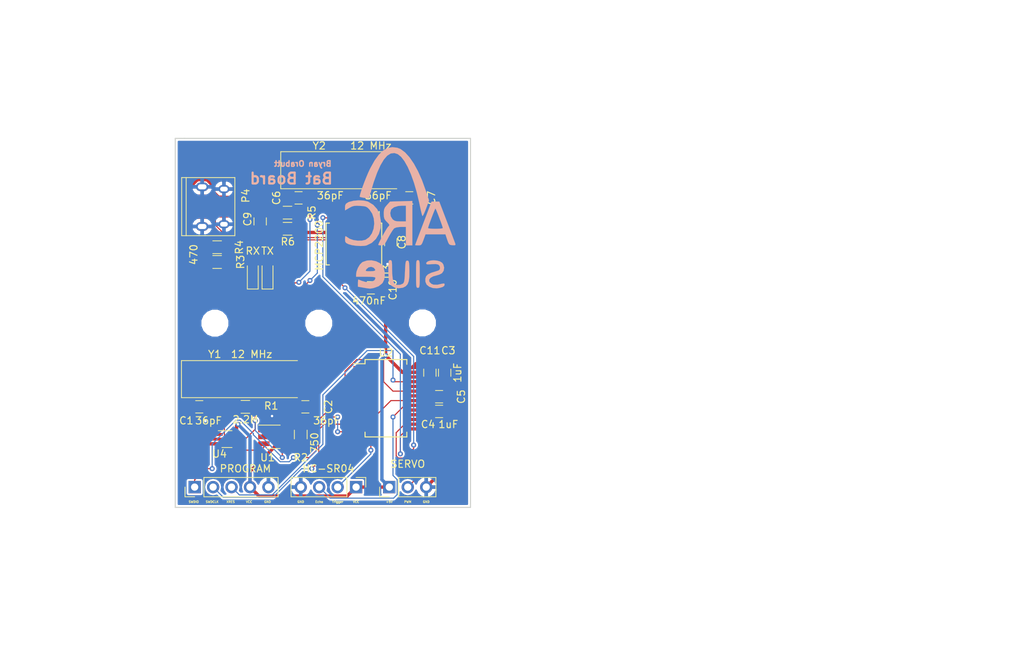
<source format=kicad_pcb>
(kicad_pcb (version 4) (host pcbnew 4.0.3-stable)

  (general
    (links 71)
    (no_connects 0)
    (area 111.684999 82.474999 152.475001 133.425001)
    (thickness 1.6)
    (drawings 21)
    (tracks 320)
    (zones 0)
    (modules 33)
    (nets 54)
  )

  (page A4)
  (layers
    (0 F.Cu signal)
    (31 B.Cu signal)
    (32 B.Adhes user)
    (33 F.Adhes user)
    (34 B.Paste user)
    (35 F.Paste user)
    (36 B.SilkS user)
    (37 F.SilkS user)
    (38 B.Mask user)
    (39 F.Mask user)
    (40 Dwgs.User user)
    (41 Cmts.User user)
    (42 Eco1.User user)
    (43 Eco2.User user)
    (44 Edge.Cuts user)
    (45 Margin user)
    (46 B.CrtYd user)
    (47 F.CrtYd user)
    (48 B.Fab user)
    (49 F.Fab user)
  )

  (setup
    (last_trace_width 0.1524)
    (trace_clearance 0.1524)
    (zone_clearance 0.508)
    (zone_45_only no)
    (trace_min 0.1524)
    (segment_width 0.2)
    (edge_width 0.15)
    (via_size 0.6858)
    (via_drill 0.3302)
    (via_min_size 0.6858)
    (via_min_drill 0.3302)
    (uvia_size 0.762)
    (uvia_drill 0.508)
    (uvias_allowed no)
    (uvia_min_size 0)
    (uvia_min_drill 0)
    (pcb_text_width 0.3)
    (pcb_text_size 1.5 1.5)
    (mod_edge_width 0.15)
    (mod_text_size 0.0381 1)
    (mod_text_width 0.009525)
    (pad_size 1.524 1.524)
    (pad_drill 0.762)
    (pad_to_mask_clearance 0.2)
    (aux_axis_origin 0 0)
    (visible_elements 7FFFFFFF)
    (pcbplotparams
      (layerselection 0x00030_80000001)
      (usegerberextensions false)
      (excludeedgelayer true)
      (linewidth 0.100000)
      (plotframeref false)
      (viasonmask false)
      (mode 1)
      (useauxorigin false)
      (hpglpennumber 1)
      (hpglpenspeed 20)
      (hpglpendiameter 15)
      (hpglpenoverlay 2)
      (psnegative false)
      (psa4output false)
      (plotreference true)
      (plotvalue true)
      (plotinvisibletext false)
      (padsonsilk false)
      (subtractmaskfromsilk false)
      (outputformat 1)
      (mirror false)
      (drillshape 1)
      (scaleselection 1)
      (outputdirectory ""))
  )

  (net 0 "")
  (net 1 GND)
  (net 2 "Net-(C1-Pad2)")
  (net 3 "Net-(C2-Pad2)")
  (net 4 +5V)
  (net 5 "Net-(C4-Pad2)")
  (net 6 "Net-(C6-Pad1)")
  (net 7 "Net-(C6-Pad2)")
  (net 8 "Net-(C7-Pad1)")
  (net 9 "Net-(C7-Pad2)")
  (net 10 "Net-(C9-Pad2)")
  (net 11 "Net-(C10-Pad2)")
  (net 12 "Net-(D1-Pad1)")
  (net 13 "Net-(D1-Pad2)")
  (net 14 "Net-(D2-Pad1)")
  (net 15 "Net-(D2-Pad2)")
  (net 16 "Net-(P1-Pad1)")
  (net 17 "Net-(P1-Pad2)")
  (net 18 /XRES)
  (net 19 /TRIG)
  (net 20 /ECHO)
  (net 21 /PWM)
  (net 22 "Net-(P4-Pad2)")
  (net 23 "Net-(P4-Pad3)")
  (net 24 "Net-(P4-Pad4)")
  (net 25 "Net-(R1-Pad2)")
  (net 26 "Net-(R5-Pad2)")
  (net 27 /XCLK)
  (net 28 "Net-(U2-Pad1)")
  (net 29 "Net-(U2-Pad2)")
  (net 30 "Net-(U2-Pad3)")
  (net 31 "Net-(U2-Pad4)")
  (net 32 "Net-(U2-Pad5)")
  (net 33 "Net-(U2-Pad6)")
  (net 34 "Net-(U2-Pad7)")
  (net 35 "Net-(U2-Pad8)")
  (net 36 "Net-(U2-Pad9)")
  (net 37 "Net-(U2-Pad10)")
  (net 38 "Net-(U2-Pad11)")
  (net 39 "Net-(U2-Pad12)")
  (net 40 /PSoC_RX)
  (net 41 /PSoC_TX)
  (net 42 "Net-(U2-Pad17)")
  (net 43 "Net-(U2-Pad18)")
  (net 44 "Net-(U2-Pad22)")
  (net 45 "Net-(U2-Pad24)")
  (net 46 "Net-(U3-Pad7)")
  (net 47 "Net-(U3-Pad8)")
  (net 48 "Net-(U3-Pad9)")
  (net 49 "Net-(U3-Pad11)")
  (net 50 "Net-(U3-Pad13)")
  (net 51 "Net-(U3-Pad14)")
  (net 52 "Net-(U3-Pad15)")
  (net 53 "Net-(U3-Pad16)")

  (net_class Default "This is the default net class."
    (clearance 0.1524)
    (trace_width 0.1524)
    (via_dia 0.6858)
    (via_drill 0.3302)
    (uvia_dia 0.762)
    (uvia_drill 0.508)
    (add_net /ECHO)
    (add_net /PSoC_RX)
    (add_net /PSoC_TX)
    (add_net /PWM)
    (add_net /TRIG)
    (add_net /XCLK)
    (add_net /XRES)
    (add_net "Net-(C1-Pad2)")
    (add_net "Net-(C10-Pad2)")
    (add_net "Net-(C2-Pad2)")
    (add_net "Net-(C4-Pad2)")
    (add_net "Net-(C6-Pad1)")
    (add_net "Net-(C6-Pad2)")
    (add_net "Net-(C7-Pad1)")
    (add_net "Net-(C7-Pad2)")
    (add_net "Net-(C9-Pad2)")
    (add_net "Net-(D1-Pad1)")
    (add_net "Net-(D1-Pad2)")
    (add_net "Net-(D2-Pad1)")
    (add_net "Net-(D2-Pad2)")
    (add_net "Net-(P1-Pad1)")
    (add_net "Net-(P1-Pad2)")
    (add_net "Net-(P4-Pad2)")
    (add_net "Net-(P4-Pad3)")
    (add_net "Net-(P4-Pad4)")
    (add_net "Net-(R1-Pad2)")
    (add_net "Net-(R5-Pad2)")
    (add_net "Net-(U2-Pad1)")
    (add_net "Net-(U2-Pad10)")
    (add_net "Net-(U2-Pad11)")
    (add_net "Net-(U2-Pad12)")
    (add_net "Net-(U2-Pad17)")
    (add_net "Net-(U2-Pad18)")
    (add_net "Net-(U2-Pad2)")
    (add_net "Net-(U2-Pad22)")
    (add_net "Net-(U2-Pad24)")
    (add_net "Net-(U2-Pad3)")
    (add_net "Net-(U2-Pad4)")
    (add_net "Net-(U2-Pad5)")
    (add_net "Net-(U2-Pad6)")
    (add_net "Net-(U2-Pad7)")
    (add_net "Net-(U2-Pad8)")
    (add_net "Net-(U2-Pad9)")
    (add_net "Net-(U3-Pad11)")
    (add_net "Net-(U3-Pad13)")
    (add_net "Net-(U3-Pad14)")
    (add_net "Net-(U3-Pad15)")
    (add_net "Net-(U3-Pad16)")
    (add_net "Net-(U3-Pad7)")
    (add_net "Net-(U3-Pad8)")
    (add_net "Net-(U3-Pad9)")
  )

  (net_class PWR ""
    (clearance 0.1524)
    (trace_width 0.4572)
    (via_dia 0.6858)
    (via_drill 0.3302)
    (uvia_dia 0.762)
    (uvia_drill 0.508)
    (add_net +5V)
    (add_net GND)
  )

  (module Mounting_Holes:MountingHole_3.2mm_M3 (layer F.Cu) (tedit 59DAE250) (tstamp 59DAE2ED)
    (at 117.213641 107.987359 180)
    (descr "Mounting Hole 3.2mm, no annular, M3")
    (tags "mounting hole 3.2mm no annular m3")
    (attr virtual)
    (fp_text reference REF** (at 0 -4.2 180) (layer F.SilkS) hide
      (effects (font (size 1 1) (thickness 0.15)))
    )
    (fp_text value MountingHole_3.2mm_M3 (at 0 4.2 180) (layer F.Fab) hide
      (effects (font (size 1 1) (thickness 0.15)))
    )
    (fp_text user %R (at 0.3 0 180) (layer F.Fab)
      (effects (font (size 1 1) (thickness 0.15)))
    )
    (fp_circle (center 0 0) (end 3.2 0) (layer Cmts.User) (width 0.15))
    (fp_circle (center 0 0) (end 3.45 0) (layer F.CrtYd) (width 0.05))
    (pad 1 np_thru_hole circle (at 0 0 180) (size 3.2 3.2) (drill 3.2) (layers *.Cu *.Mask))
  )

  (module Mounting_Holes:MountingHole_3.2mm_M3 (layer F.Cu) (tedit 59DAE250) (tstamp 59DAE2CC)
    (at 131.513641 107.987359 180)
    (descr "Mounting Hole 3.2mm, no annular, M3")
    (tags "mounting hole 3.2mm no annular m3")
    (attr virtual)
    (fp_text reference REF** (at 0 -4.2 180) (layer F.SilkS) hide
      (effects (font (size 1 1) (thickness 0.15)))
    )
    (fp_text value MountingHole_3.2mm_M3 (at 0 4.2 180) (layer F.Fab) hide
      (effects (font (size 1 1) (thickness 0.15)))
    )
    (fp_text user %R (at 0.3 0 180) (layer F.Fab)
      (effects (font (size 1 1) (thickness 0.15)))
    )
    (fp_circle (center 0 0) (end 3.2 0) (layer Cmts.User) (width 0.15))
    (fp_circle (center 0 0) (end 3.45 0) (layer F.CrtYd) (width 0.05))
    (pad 1 np_thru_hole circle (at 0 0 180) (size 3.2 3.2) (drill 3.2) (layers *.Cu *.Mask))
  )

  (module Capacitors_SMD:C_0805_HandSoldering (layer F.Cu) (tedit 59DAE492) (tstamp 59DAD3CF)
    (at 115.062 119.507)
    (descr "Capacitor SMD 0805, hand soldering")
    (tags "capacitor 0805")
    (path /59DAEFA1)
    (attr smd)
    (fp_text reference C1 (at -1.778 1.905 180) (layer F.SilkS)
      (effects (font (size 1 1) (thickness 0.15)))
    )
    (fp_text value 36pF (at 1.27 1.905) (layer F.SilkS)
      (effects (font (size 1 1) (thickness 0.15)))
    )
    (fp_text user %R (at 0 -1.75) (layer F.Fab) hide
      (effects (font (size 1 1) (thickness 0.15)))
    )
    (fp_line (start -1 0.62) (end -1 -0.62) (layer F.Fab) (width 0.1))
    (fp_line (start 1 0.62) (end -1 0.62) (layer F.Fab) (width 0.1))
    (fp_line (start 1 -0.62) (end 1 0.62) (layer F.Fab) (width 0.1))
    (fp_line (start -1 -0.62) (end 1 -0.62) (layer F.Fab) (width 0.1))
    (fp_line (start 0.5 -0.85) (end -0.5 -0.85) (layer F.SilkS) (width 0.12))
    (fp_line (start -0.5 0.85) (end 0.5 0.85) (layer F.SilkS) (width 0.12))
    (fp_line (start -2.25 -0.88) (end 2.25 -0.88) (layer F.CrtYd) (width 0.05))
    (fp_line (start -2.25 -0.88) (end -2.25 0.87) (layer F.CrtYd) (width 0.05))
    (fp_line (start 2.25 0.87) (end 2.25 -0.88) (layer F.CrtYd) (width 0.05))
    (fp_line (start 2.25 0.87) (end -2.25 0.87) (layer F.CrtYd) (width 0.05))
    (pad 1 smd rect (at -1.25 0) (size 1.5 1.25) (layers F.Cu F.Paste F.Mask)
      (net 1 GND))
    (pad 2 smd rect (at 1.25 0) (size 1.5 1.25) (layers F.Cu F.Paste F.Mask)
      (net 2 "Net-(C1-Pad2)"))
    (model Capacitors_SMD.3dshapes/C_0805.wrl
      (at (xyz 0 0 0))
      (scale (xyz 1 1 1))
      (rotate (xyz 0 0 0))
    )
  )

  (module Capacitors_SMD:C_0805_HandSoldering (layer F.Cu) (tedit 59DAE4A8) (tstamp 59DAD3D5)
    (at 129.667 119.507)
    (descr "Capacitor SMD 0805, hand soldering")
    (tags "capacitor 0805")
    (path /59DAF2B3)
    (attr smd)
    (fp_text reference C2 (at 3.175 0 90) (layer F.SilkS)
      (effects (font (size 1 1) (thickness 0.15)))
    )
    (fp_text value 36pF (at 2.921 1.905) (layer F.SilkS)
      (effects (font (size 1 1) (thickness 0.15)))
    )
    (fp_text user %R (at 0 -1.75) (layer F.Fab) hide
      (effects (font (size 1 1) (thickness 0.15)))
    )
    (fp_line (start -1 0.62) (end -1 -0.62) (layer F.Fab) (width 0.1))
    (fp_line (start 1 0.62) (end -1 0.62) (layer F.Fab) (width 0.1))
    (fp_line (start 1 -0.62) (end 1 0.62) (layer F.Fab) (width 0.1))
    (fp_line (start -1 -0.62) (end 1 -0.62) (layer F.Fab) (width 0.1))
    (fp_line (start 0.5 -0.85) (end -0.5 -0.85) (layer F.SilkS) (width 0.12))
    (fp_line (start -0.5 0.85) (end 0.5 0.85) (layer F.SilkS) (width 0.12))
    (fp_line (start -2.25 -0.88) (end 2.25 -0.88) (layer F.CrtYd) (width 0.05))
    (fp_line (start -2.25 -0.88) (end -2.25 0.87) (layer F.CrtYd) (width 0.05))
    (fp_line (start 2.25 0.87) (end 2.25 -0.88) (layer F.CrtYd) (width 0.05))
    (fp_line (start 2.25 0.87) (end -2.25 0.87) (layer F.CrtYd) (width 0.05))
    (pad 1 smd rect (at -1.25 0) (size 1.5 1.25) (layers F.Cu F.Paste F.Mask)
      (net 1 GND))
    (pad 2 smd rect (at 1.25 0) (size 1.5 1.25) (layers F.Cu F.Paste F.Mask)
      (net 3 "Net-(C2-Pad2)"))
    (model Capacitors_SMD.3dshapes/C_0805.wrl
      (at (xyz 0 0 0))
      (scale (xyz 1 1 1))
      (rotate (xyz 0 0 0))
    )
  )

  (module Capacitors_SMD:C_0805_HandSoldering (layer F.Cu) (tedit 59DAE78C) (tstamp 59DAD3DB)
    (at 148.844 114.808 90)
    (descr "Capacitor SMD 0805, hand soldering")
    (tags "capacitor 0805")
    (path /59DA9EAB)
    (attr smd)
    (fp_text reference C3 (at 3.048 0.508 180) (layer F.SilkS)
      (effects (font (size 1 1) (thickness 0.15)))
    )
    (fp_text value 1uF (at 0 1.778 270) (layer F.SilkS)
      (effects (font (size 1 1) (thickness 0.15)))
    )
    (fp_text user %R (at 0 -1.75 90) (layer F.Fab) hide
      (effects (font (size 1 1) (thickness 0.15)))
    )
    (fp_line (start -1 0.62) (end -1 -0.62) (layer F.Fab) (width 0.1))
    (fp_line (start 1 0.62) (end -1 0.62) (layer F.Fab) (width 0.1))
    (fp_line (start 1 -0.62) (end 1 0.62) (layer F.Fab) (width 0.1))
    (fp_line (start -1 -0.62) (end 1 -0.62) (layer F.Fab) (width 0.1))
    (fp_line (start 0.5 -0.85) (end -0.5 -0.85) (layer F.SilkS) (width 0.12))
    (fp_line (start -0.5 0.85) (end 0.5 0.85) (layer F.SilkS) (width 0.12))
    (fp_line (start -2.25 -0.88) (end 2.25 -0.88) (layer F.CrtYd) (width 0.05))
    (fp_line (start -2.25 -0.88) (end -2.25 0.87) (layer F.CrtYd) (width 0.05))
    (fp_line (start 2.25 0.87) (end 2.25 -0.88) (layer F.CrtYd) (width 0.05))
    (fp_line (start 2.25 0.87) (end -2.25 0.87) (layer F.CrtYd) (width 0.05))
    (pad 1 smd rect (at -1.25 0 90) (size 1.5 1.25) (layers F.Cu F.Paste F.Mask)
      (net 4 +5V))
    (pad 2 smd rect (at 1.25 0 90) (size 1.5 1.25) (layers F.Cu F.Paste F.Mask)
      (net 1 GND))
    (model Capacitors_SMD.3dshapes/C_0805.wrl
      (at (xyz 0 0 0))
      (scale (xyz 1 1 1))
      (rotate (xyz 0 0 0))
    )
  )

  (module Capacitors_SMD:C_0805_HandSoldering (layer F.Cu) (tedit 59DAE8EF) (tstamp 59DAD3E1)
    (at 148.082 120.142 180)
    (descr "Capacitor SMD 0805, hand soldering")
    (tags "capacitor 0805")
    (path /59DA9D47)
    (attr smd)
    (fp_text reference C4 (at 1.524 -1.778 180) (layer F.SilkS)
      (effects (font (size 1 1) (thickness 0.15)))
    )
    (fp_text value 1uF (at -1.27 -1.778 360) (layer F.SilkS)
      (effects (font (size 1 1) (thickness 0.15)))
    )
    (fp_text user %R (at 0 -1.75 180) (layer F.Fab) hide
      (effects (font (size 1 1) (thickness 0.15)))
    )
    (fp_line (start -1 0.62) (end -1 -0.62) (layer F.Fab) (width 0.1))
    (fp_line (start 1 0.62) (end -1 0.62) (layer F.Fab) (width 0.1))
    (fp_line (start 1 -0.62) (end 1 0.62) (layer F.Fab) (width 0.1))
    (fp_line (start -1 -0.62) (end 1 -0.62) (layer F.Fab) (width 0.1))
    (fp_line (start 0.5 -0.85) (end -0.5 -0.85) (layer F.SilkS) (width 0.12))
    (fp_line (start -0.5 0.85) (end 0.5 0.85) (layer F.SilkS) (width 0.12))
    (fp_line (start -2.25 -0.88) (end 2.25 -0.88) (layer F.CrtYd) (width 0.05))
    (fp_line (start -2.25 -0.88) (end -2.25 0.87) (layer F.CrtYd) (width 0.05))
    (fp_line (start 2.25 0.87) (end 2.25 -0.88) (layer F.CrtYd) (width 0.05))
    (fp_line (start 2.25 0.87) (end -2.25 0.87) (layer F.CrtYd) (width 0.05))
    (pad 1 smd rect (at -1.25 0 180) (size 1.5 1.25) (layers F.Cu F.Paste F.Mask)
      (net 1 GND))
    (pad 2 smd rect (at 1.25 0 180) (size 1.5 1.25) (layers F.Cu F.Paste F.Mask)
      (net 5 "Net-(C4-Pad2)"))
    (model Capacitors_SMD.3dshapes/C_0805.wrl
      (at (xyz 0 0 0))
      (scale (xyz 1 1 1))
      (rotate (xyz 0 0 0))
    )
  )

  (module Capacitors_SMD:C_0805_HandSoldering (layer F.Cu) (tedit 59DAE9B7) (tstamp 59DAD3E7)
    (at 148.082 118.11)
    (descr "Capacitor SMD 0805, hand soldering")
    (tags "capacitor 0805")
    (path /59DA9CF6)
    (attr smd)
    (fp_text reference C5 (at 3.048 0 90) (layer F.SilkS)
      (effects (font (size 1 1) (thickness 0.15)))
    )
    (fp_text value 100nF (at 0 1.75) (layer F.Fab) hide
      (effects (font (size 1 1) (thickness 0.15)))
    )
    (fp_text user %R (at 0 -1.75) (layer F.Fab) hide
      (effects (font (size 1 1) (thickness 0.15)))
    )
    (fp_line (start -1 0.62) (end -1 -0.62) (layer F.Fab) (width 0.1))
    (fp_line (start 1 0.62) (end -1 0.62) (layer F.Fab) (width 0.1))
    (fp_line (start 1 -0.62) (end 1 0.62) (layer F.Fab) (width 0.1))
    (fp_line (start -1 -0.62) (end 1 -0.62) (layer F.Fab) (width 0.1))
    (fp_line (start 0.5 -0.85) (end -0.5 -0.85) (layer F.SilkS) (width 0.12))
    (fp_line (start -0.5 0.85) (end 0.5 0.85) (layer F.SilkS) (width 0.12))
    (fp_line (start -2.25 -0.88) (end 2.25 -0.88) (layer F.CrtYd) (width 0.05))
    (fp_line (start -2.25 -0.88) (end -2.25 0.87) (layer F.CrtYd) (width 0.05))
    (fp_line (start 2.25 0.87) (end 2.25 -0.88) (layer F.CrtYd) (width 0.05))
    (fp_line (start 2.25 0.87) (end -2.25 0.87) (layer F.CrtYd) (width 0.05))
    (pad 1 smd rect (at -1.25 0) (size 1.5 1.25) (layers F.Cu F.Paste F.Mask)
      (net 4 +5V))
    (pad 2 smd rect (at 1.25 0) (size 1.5 1.25) (layers F.Cu F.Paste F.Mask)
      (net 1 GND))
    (model Capacitors_SMD.3dshapes/C_0805.wrl
      (at (xyz 0 0 0))
      (scale (xyz 1 1 1))
      (rotate (xyz 0 0 0))
    )
  )

  (module Capacitors_SMD:C_0805_HandSoldering (layer F.Cu) (tedit 59DAD511) (tstamp 59DAD3ED)
    (at 128.733826 90.742056 180)
    (descr "Capacitor SMD 0805, hand soldering")
    (tags "capacitor 0805")
    (path /59DAB2E5)
    (attr smd)
    (fp_text reference C6 (at 3.048 0 450) (layer F.SilkS)
      (effects (font (size 1 1) (thickness 0.15)))
    )
    (fp_text value 36pF (at -4.362174 0.318056 180) (layer F.SilkS)
      (effects (font (size 1 1) (thickness 0.15)))
    )
    (fp_text user %R (at 0 -1.75 180) (layer F.Fab) hide
      (effects (font (size 1 1) (thickness 0.15)))
    )
    (fp_line (start -1 0.62) (end -1 -0.62) (layer F.Fab) (width 0.1))
    (fp_line (start 1 0.62) (end -1 0.62) (layer F.Fab) (width 0.1))
    (fp_line (start 1 -0.62) (end 1 0.62) (layer F.Fab) (width 0.1))
    (fp_line (start -1 -0.62) (end 1 -0.62) (layer F.Fab) (width 0.1))
    (fp_line (start 0.5 -0.85) (end -0.5 -0.85) (layer F.SilkS) (width 0.12))
    (fp_line (start -0.5 0.85) (end 0.5 0.85) (layer F.SilkS) (width 0.12))
    (fp_line (start -2.25 -0.88) (end 2.25 -0.88) (layer F.CrtYd) (width 0.05))
    (fp_line (start -2.25 -0.88) (end -2.25 0.87) (layer F.CrtYd) (width 0.05))
    (fp_line (start 2.25 0.87) (end 2.25 -0.88) (layer F.CrtYd) (width 0.05))
    (fp_line (start 2.25 0.87) (end -2.25 0.87) (layer F.CrtYd) (width 0.05))
    (pad 1 smd rect (at -1.25 0 180) (size 1.5 1.25) (layers F.Cu F.Paste F.Mask)
      (net 6 "Net-(C6-Pad1)"))
    (pad 2 smd rect (at 1.25 0 180) (size 1.5 1.25) (layers F.Cu F.Paste F.Mask)
      (net 7 "Net-(C6-Pad2)"))
    (model Capacitors_SMD.3dshapes/C_0805.wrl
      (at (xyz 0 0 0))
      (scale (xyz 1 1 1))
      (rotate (xyz 0 0 0))
    )
  )

  (module Capacitors_SMD:C_0805_HandSoldering (layer F.Cu) (tedit 59DAD50C) (tstamp 59DAD3F3)
    (at 143.973826 90.742056)
    (descr "Capacitor SMD 0805, hand soldering")
    (tags "capacitor 0805")
    (path /59DAB4A8)
    (attr smd)
    (fp_text reference C7 (at 3.048 0 90) (layer F.SilkS)
      (effects (font (size 1 1) (thickness 0.15)))
    )
    (fp_text value 36pF (at -4.273826 -0.318056) (layer F.SilkS)
      (effects (font (size 1 1) (thickness 0.15)))
    )
    (fp_text user %R (at 0 -1.75) (layer F.Fab) hide
      (effects (font (size 1 1) (thickness 0.15)))
    )
    (fp_line (start -1 0.62) (end -1 -0.62) (layer F.Fab) (width 0.1))
    (fp_line (start 1 0.62) (end -1 0.62) (layer F.Fab) (width 0.1))
    (fp_line (start 1 -0.62) (end 1 0.62) (layer F.Fab) (width 0.1))
    (fp_line (start -1 -0.62) (end 1 -0.62) (layer F.Fab) (width 0.1))
    (fp_line (start 0.5 -0.85) (end -0.5 -0.85) (layer F.SilkS) (width 0.12))
    (fp_line (start -0.5 0.85) (end 0.5 0.85) (layer F.SilkS) (width 0.12))
    (fp_line (start -2.25 -0.88) (end 2.25 -0.88) (layer F.CrtYd) (width 0.05))
    (fp_line (start -2.25 -0.88) (end -2.25 0.87) (layer F.CrtYd) (width 0.05))
    (fp_line (start 2.25 0.87) (end 2.25 -0.88) (layer F.CrtYd) (width 0.05))
    (fp_line (start 2.25 0.87) (end -2.25 0.87) (layer F.CrtYd) (width 0.05))
    (pad 1 smd rect (at -1.25 0) (size 1.5 1.25) (layers F.Cu F.Paste F.Mask)
      (net 8 "Net-(C7-Pad1)"))
    (pad 2 smd rect (at 1.25 0) (size 1.5 1.25) (layers F.Cu F.Paste F.Mask)
      (net 9 "Net-(C7-Pad2)"))
    (model Capacitors_SMD.3dshapes/C_0805.wrl
      (at (xyz 0 0 0))
      (scale (xyz 1 1 1))
      (rotate (xyz 0 0 0))
    )
  )

  (module Capacitors_SMD:C_0805_HandSoldering (layer F.Cu) (tedit 59DAD624) (tstamp 59DAD3F9)
    (at 141.433826 96.838056 90)
    (descr "Capacitor SMD 0805, hand soldering")
    (tags "capacitor 0805")
    (path /59DAA84A)
    (attr smd)
    (fp_text reference C8 (at 0 1.524 90) (layer F.SilkS)
      (effects (font (size 1 1) (thickness 0.15)))
    )
    (fp_text value 100nF (at 0 1.75 90) (layer F.Fab) hide
      (effects (font (size 1 1) (thickness 0.15)))
    )
    (fp_text user %R (at 0 -1.75 90) (layer F.Fab) hide
      (effects (font (size 1 1) (thickness 0.15)))
    )
    (fp_line (start -1 0.62) (end -1 -0.62) (layer F.Fab) (width 0.1))
    (fp_line (start 1 0.62) (end -1 0.62) (layer F.Fab) (width 0.1))
    (fp_line (start 1 -0.62) (end 1 0.62) (layer F.Fab) (width 0.1))
    (fp_line (start -1 -0.62) (end 1 -0.62) (layer F.Fab) (width 0.1))
    (fp_line (start 0.5 -0.85) (end -0.5 -0.85) (layer F.SilkS) (width 0.12))
    (fp_line (start -0.5 0.85) (end 0.5 0.85) (layer F.SilkS) (width 0.12))
    (fp_line (start -2.25 -0.88) (end 2.25 -0.88) (layer F.CrtYd) (width 0.05))
    (fp_line (start -2.25 -0.88) (end -2.25 0.87) (layer F.CrtYd) (width 0.05))
    (fp_line (start 2.25 0.87) (end 2.25 -0.88) (layer F.CrtYd) (width 0.05))
    (fp_line (start 2.25 0.87) (end -2.25 0.87) (layer F.CrtYd) (width 0.05))
    (pad 1 smd rect (at -1.25 0 90) (size 1.5 1.25) (layers F.Cu F.Paste F.Mask)
      (net 1 GND))
    (pad 2 smd rect (at 1.25 0 90) (size 1.5 1.25) (layers F.Cu F.Paste F.Mask)
      (net 4 +5V))
    (model Capacitors_SMD.3dshapes/C_0805.wrl
      (at (xyz 0 0 0))
      (scale (xyz 1 1 1))
      (rotate (xyz 0 0 0))
    )
  )

  (module Capacitors_SMD:C_0805_HandSoldering (layer F.Cu) (tedit 59DAD74E) (tstamp 59DAD3FF)
    (at 123.444 93.98 270)
    (descr "Capacitor SMD 0805, hand soldering")
    (tags "capacitor 0805")
    (path /59DACE5E)
    (attr smd)
    (fp_text reference C9 (at -0.318056 1.733826 270) (layer F.SilkS)
      (effects (font (size 1 1) (thickness 0.15)))
    )
    (fp_text value 100nF (at 0 1.75 270) (layer F.Fab) hide
      (effects (font (size 1 1) (thickness 0.15)))
    )
    (fp_text user %R (at 0 -1.75 270) (layer F.Fab) hide
      (effects (font (size 1 1) (thickness 0.15)))
    )
    (fp_line (start -1 0.62) (end -1 -0.62) (layer F.Fab) (width 0.1))
    (fp_line (start 1 0.62) (end -1 0.62) (layer F.Fab) (width 0.1))
    (fp_line (start 1 -0.62) (end 1 0.62) (layer F.Fab) (width 0.1))
    (fp_line (start -1 -0.62) (end 1 -0.62) (layer F.Fab) (width 0.1))
    (fp_line (start 0.5 -0.85) (end -0.5 -0.85) (layer F.SilkS) (width 0.12))
    (fp_line (start -0.5 0.85) (end 0.5 0.85) (layer F.SilkS) (width 0.12))
    (fp_line (start -2.25 -0.88) (end 2.25 -0.88) (layer F.CrtYd) (width 0.05))
    (fp_line (start -2.25 -0.88) (end -2.25 0.87) (layer F.CrtYd) (width 0.05))
    (fp_line (start 2.25 0.87) (end 2.25 -0.88) (layer F.CrtYd) (width 0.05))
    (fp_line (start 2.25 0.87) (end -2.25 0.87) (layer F.CrtYd) (width 0.05))
    (pad 1 smd rect (at -1.25 0 270) (size 1.5 1.25) (layers F.Cu F.Paste F.Mask)
      (net 1 GND))
    (pad 2 smd rect (at 1.25 0 270) (size 1.5 1.25) (layers F.Cu F.Paste F.Mask)
      (net 10 "Net-(C9-Pad2)"))
    (model Capacitors_SMD.3dshapes/C_0805.wrl
      (at (xyz 0 0 0))
      (scale (xyz 1 1 1))
      (rotate (xyz 0 0 0))
    )
  )

  (module Capacitors_SMD:C_0805_HandSoldering (layer F.Cu) (tedit 59DAE954) (tstamp 59DAD405)
    (at 138.684 103.124 180)
    (descr "Capacitor SMD 0805, hand soldering")
    (tags "capacitor 0805")
    (path /59DB21E3)
    (attr smd)
    (fp_text reference C10 (at -3.028 -0.254 270) (layer F.SilkS)
      (effects (font (size 1 1) (thickness 0.15)))
    )
    (fp_text value 470nF (at 0.254 -1.778 180) (layer F.SilkS)
      (effects (font (size 1 1) (thickness 0.15)))
    )
    (fp_text user %R (at 0 -1.75 180) (layer F.Fab) hide
      (effects (font (size 1 1) (thickness 0.15)))
    )
    (fp_line (start -1 0.62) (end -1 -0.62) (layer F.Fab) (width 0.1))
    (fp_line (start 1 0.62) (end -1 0.62) (layer F.Fab) (width 0.1))
    (fp_line (start 1 -0.62) (end 1 0.62) (layer F.Fab) (width 0.1))
    (fp_line (start -1 -0.62) (end 1 -0.62) (layer F.Fab) (width 0.1))
    (fp_line (start 0.5 -0.85) (end -0.5 -0.85) (layer F.SilkS) (width 0.12))
    (fp_line (start -0.5 0.85) (end 0.5 0.85) (layer F.SilkS) (width 0.12))
    (fp_line (start -2.25 -0.88) (end 2.25 -0.88) (layer F.CrtYd) (width 0.05))
    (fp_line (start -2.25 -0.88) (end -2.25 0.87) (layer F.CrtYd) (width 0.05))
    (fp_line (start 2.25 0.87) (end 2.25 -0.88) (layer F.CrtYd) (width 0.05))
    (fp_line (start 2.25 0.87) (end -2.25 0.87) (layer F.CrtYd) (width 0.05))
    (pad 1 smd rect (at -1.25 0 180) (size 1.5 1.25) (layers F.Cu F.Paste F.Mask)
      (net 1 GND))
    (pad 2 smd rect (at 1.25 0 180) (size 1.5 1.25) (layers F.Cu F.Paste F.Mask)
      (net 11 "Net-(C10-Pad2)"))
    (model Capacitors_SMD.3dshapes/C_0805.wrl
      (at (xyz 0 0 0))
      (scale (xyz 1 1 1))
      (rotate (xyz 0 0 0))
    )
  )

  (module Capacitors_SMD:C_0805_HandSoldering (layer F.Cu) (tedit 59DAE727) (tstamp 59DAD40B)
    (at 146.812 114.808 90)
    (descr "Capacitor SMD 0805, hand soldering")
    (tags "capacitor 0805")
    (path /59DB27A9)
    (attr smd)
    (fp_text reference C11 (at 3.048 0 180) (layer F.SilkS)
      (effects (font (size 1 1) (thickness 0.15)))
    )
    (fp_text value 100nF (at 0 1.75 90) (layer F.Fab) hide
      (effects (font (size 1 1) (thickness 0.15)))
    )
    (fp_text user %R (at 0 -1.75 90) (layer F.Fab) hide
      (effects (font (size 1 1) (thickness 0.15)))
    )
    (fp_line (start -1 0.62) (end -1 -0.62) (layer F.Fab) (width 0.1))
    (fp_line (start 1 0.62) (end -1 0.62) (layer F.Fab) (width 0.1))
    (fp_line (start 1 -0.62) (end 1 0.62) (layer F.Fab) (width 0.1))
    (fp_line (start -1 -0.62) (end 1 -0.62) (layer F.Fab) (width 0.1))
    (fp_line (start 0.5 -0.85) (end -0.5 -0.85) (layer F.SilkS) (width 0.12))
    (fp_line (start -0.5 0.85) (end 0.5 0.85) (layer F.SilkS) (width 0.12))
    (fp_line (start -2.25 -0.88) (end 2.25 -0.88) (layer F.CrtYd) (width 0.05))
    (fp_line (start -2.25 -0.88) (end -2.25 0.87) (layer F.CrtYd) (width 0.05))
    (fp_line (start 2.25 0.87) (end 2.25 -0.88) (layer F.CrtYd) (width 0.05))
    (fp_line (start 2.25 0.87) (end -2.25 0.87) (layer F.CrtYd) (width 0.05))
    (pad 1 smd rect (at -1.25 0 90) (size 1.5 1.25) (layers F.Cu F.Paste F.Mask)
      (net 4 +5V))
    (pad 2 smd rect (at 1.25 0 90) (size 1.5 1.25) (layers F.Cu F.Paste F.Mask)
      (net 1 GND))
    (model Capacitors_SMD.3dshapes/C_0805.wrl
      (at (xyz 0 0 0))
      (scale (xyz 1 1 1))
      (rotate (xyz 0 0 0))
    )
  )

  (module LEDs:LED_0805_HandSoldering (layer F.Cu) (tedit 59DADC5C) (tstamp 59DAD411)
    (at 124.46 101.092 90)
    (descr "Resistor SMD 0805, hand soldering")
    (tags "resistor 0805")
    (path /59DAB8F5)
    (attr smd)
    (fp_text reference D1 (at 0 -1.7 90) (layer F.SilkS) hide
      (effects (font (size 1 1) (thickness 0.15)))
    )
    (fp_text value TX (at 3.048 0 180) (layer F.SilkS)
      (effects (font (size 1 1) (thickness 0.15)))
    )
    (fp_line (start -0.4 -0.4) (end -0.4 0.4) (layer F.Fab) (width 0.1))
    (fp_line (start -0.4 0) (end 0.2 -0.4) (layer F.Fab) (width 0.1))
    (fp_line (start 0.2 0.4) (end -0.4 0) (layer F.Fab) (width 0.1))
    (fp_line (start 0.2 -0.4) (end 0.2 0.4) (layer F.Fab) (width 0.1))
    (fp_line (start -1 0.62) (end -1 -0.62) (layer F.Fab) (width 0.1))
    (fp_line (start 1 0.62) (end -1 0.62) (layer F.Fab) (width 0.1))
    (fp_line (start 1 -0.62) (end 1 0.62) (layer F.Fab) (width 0.1))
    (fp_line (start -1 -0.62) (end 1 -0.62) (layer F.Fab) (width 0.1))
    (fp_line (start 1 0.75) (end -2.2 0.75) (layer F.SilkS) (width 0.12))
    (fp_line (start -2.2 -0.75) (end 1 -0.75) (layer F.SilkS) (width 0.12))
    (fp_line (start -2.35 -0.9) (end 2.35 -0.9) (layer F.CrtYd) (width 0.05))
    (fp_line (start -2.35 -0.9) (end -2.35 0.9) (layer F.CrtYd) (width 0.05))
    (fp_line (start 2.35 0.9) (end 2.35 -0.9) (layer F.CrtYd) (width 0.05))
    (fp_line (start 2.35 0.9) (end -2.35 0.9) (layer F.CrtYd) (width 0.05))
    (fp_line (start -2.2 -0.75) (end -2.2 0.75) (layer F.SilkS) (width 0.12))
    (pad 1 smd rect (at -1.35 0 90) (size 1.5 1.3) (layers F.Cu F.Paste F.Mask)
      (net 12 "Net-(D1-Pad1)"))
    (pad 2 smd rect (at 1.35 0 90) (size 1.5 1.3) (layers F.Cu F.Paste F.Mask)
      (net 13 "Net-(D1-Pad2)"))
    (model ${KISYS3DMOD}/LEDs.3dshapes/LED_0805.wrl
      (at (xyz 0 0 0))
      (scale (xyz 1 1 1))
      (rotate (xyz 0 0 0))
    )
  )

  (module LEDs:LED_0805_HandSoldering (layer F.Cu) (tedit 59DADC53) (tstamp 59DAD417)
    (at 122.428 101.092 90)
    (descr "Resistor SMD 0805, hand soldering")
    (tags "resistor 0805")
    (path /59DAB99A)
    (attr smd)
    (fp_text reference D2 (at 0 -1.7 90) (layer F.SilkS) hide
      (effects (font (size 1 1) (thickness 0.15)))
    )
    (fp_text value RX (at 3.048 0 180) (layer F.SilkS)
      (effects (font (size 1 1) (thickness 0.15)))
    )
    (fp_line (start -0.4 -0.4) (end -0.4 0.4) (layer F.Fab) (width 0.1))
    (fp_line (start -0.4 0) (end 0.2 -0.4) (layer F.Fab) (width 0.1))
    (fp_line (start 0.2 0.4) (end -0.4 0) (layer F.Fab) (width 0.1))
    (fp_line (start 0.2 -0.4) (end 0.2 0.4) (layer F.Fab) (width 0.1))
    (fp_line (start -1 0.62) (end -1 -0.62) (layer F.Fab) (width 0.1))
    (fp_line (start 1 0.62) (end -1 0.62) (layer F.Fab) (width 0.1))
    (fp_line (start 1 -0.62) (end 1 0.62) (layer F.Fab) (width 0.1))
    (fp_line (start -1 -0.62) (end 1 -0.62) (layer F.Fab) (width 0.1))
    (fp_line (start 1 0.75) (end -2.2 0.75) (layer F.SilkS) (width 0.12))
    (fp_line (start -2.2 -0.75) (end 1 -0.75) (layer F.SilkS) (width 0.12))
    (fp_line (start -2.35 -0.9) (end 2.35 -0.9) (layer F.CrtYd) (width 0.05))
    (fp_line (start -2.35 -0.9) (end -2.35 0.9) (layer F.CrtYd) (width 0.05))
    (fp_line (start 2.35 0.9) (end 2.35 -0.9) (layer F.CrtYd) (width 0.05))
    (fp_line (start 2.35 0.9) (end -2.35 0.9) (layer F.CrtYd) (width 0.05))
    (fp_line (start -2.2 -0.75) (end -2.2 0.75) (layer F.SilkS) (width 0.12))
    (pad 1 smd rect (at -1.35 0 90) (size 1.5 1.3) (layers F.Cu F.Paste F.Mask)
      (net 14 "Net-(D2-Pad1)"))
    (pad 2 smd rect (at 1.35 0 90) (size 1.5 1.3) (layers F.Cu F.Paste F.Mask)
      (net 15 "Net-(D2-Pad2)"))
    (model ${KISYS3DMOD}/LEDs.3dshapes/LED_0805.wrl
      (at (xyz 0 0 0))
      (scale (xyz 1 1 1))
      (rotate (xyz 0 0 0))
    )
  )

  (module Pin_Headers:Pin_Header_Straight_1x05_Pitch2.54mm (layer F.Cu) (tedit 59DAE36A) (tstamp 59DAD420)
    (at 114.427 130.556 90)
    (descr "Through hole straight pin header, 1x05, 2.54mm pitch, single row")
    (tags "Through hole pin header THT 1x05 2.54mm single row")
    (path /59DA932B)
    (fp_text reference P1 (at 0 -2.33 90) (layer F.SilkS) hide
      (effects (font (size 1 1) (thickness 0.15)))
    )
    (fp_text value PROGRAM (at 2.54 6.985 180) (layer F.SilkS)
      (effects (font (size 1 1) (thickness 0.15)))
    )
    (fp_line (start -0.635 -1.27) (end 1.27 -1.27) (layer F.Fab) (width 0.1))
    (fp_line (start 1.27 -1.27) (end 1.27 11.43) (layer F.Fab) (width 0.1))
    (fp_line (start 1.27 11.43) (end -1.27 11.43) (layer F.Fab) (width 0.1))
    (fp_line (start -1.27 11.43) (end -1.27 -0.635) (layer F.Fab) (width 0.1))
    (fp_line (start -1.27 -0.635) (end -0.635 -1.27) (layer F.Fab) (width 0.1))
    (fp_line (start -1.33 11.49) (end 1.33 11.49) (layer F.SilkS) (width 0.12))
    (fp_line (start -1.33 1.27) (end -1.33 11.49) (layer F.SilkS) (width 0.12))
    (fp_line (start 1.33 1.27) (end 1.33 11.49) (layer F.SilkS) (width 0.12))
    (fp_line (start -1.33 1.27) (end 1.33 1.27) (layer F.SilkS) (width 0.12))
    (fp_line (start -1.33 0) (end -1.33 -1.33) (layer F.SilkS) (width 0.12))
    (fp_line (start -1.33 -1.33) (end 0 -1.33) (layer F.SilkS) (width 0.12))
    (fp_line (start -1.8 -1.8) (end -1.8 11.95) (layer F.CrtYd) (width 0.05))
    (fp_line (start -1.8 11.95) (end 1.8 11.95) (layer F.CrtYd) (width 0.05))
    (fp_line (start 1.8 11.95) (end 1.8 -1.8) (layer F.CrtYd) (width 0.05))
    (fp_line (start 1.8 -1.8) (end -1.8 -1.8) (layer F.CrtYd) (width 0.05))
    (fp_text user %R (at 0 5.08 180) (layer F.Fab)
      (effects (font (size 1 1) (thickness 0.15)))
    )
    (pad 1 thru_hole rect (at 0 0 90) (size 1.7 1.7) (drill 1) (layers *.Cu *.Mask)
      (net 16 "Net-(P1-Pad1)"))
    (pad 2 thru_hole oval (at 0 2.54 90) (size 1.7 1.7) (drill 1) (layers *.Cu *.Mask)
      (net 17 "Net-(P1-Pad2)"))
    (pad 3 thru_hole oval (at 0 5.08 90) (size 1.7 1.7) (drill 1) (layers *.Cu *.Mask)
      (net 18 /XRES))
    (pad 4 thru_hole oval (at 0 7.62 90) (size 1.7 1.7) (drill 1) (layers *.Cu *.Mask)
      (net 4 +5V))
    (pad 5 thru_hole oval (at 0 10.16 90) (size 1.7 1.7) (drill 1) (layers *.Cu *.Mask)
      (net 1 GND))
    (model ${KISYS3DMOD}/Pin_Headers.3dshapes/Pin_Header_Straight_1x05_Pitch2.54mm.wrl
      (at (xyz 0 0 0))
      (scale (xyz 1 1 1))
      (rotate (xyz 0 0 0))
    )
  )

  (module Pin_Headers:Pin_Header_Straight_1x04_Pitch2.54mm (layer F.Cu) (tedit 59DAE2F7) (tstamp 59DAD428)
    (at 136.652 130.556 270)
    (descr "Through hole straight pin header, 1x04, 2.54mm pitch, single row")
    (tags "Through hole pin header THT 1x04 2.54mm single row")
    (path /59DB4066)
    (fp_text reference P2 (at 0 -2.33 270) (layer F.SilkS) hide
      (effects (font (size 1 1) (thickness 0.15)))
    )
    (fp_text value HC-SR04 (at -2.54 3.81 360) (layer F.SilkS)
      (effects (font (size 1 1) (thickness 0.15)))
    )
    (fp_line (start -0.635 -1.27) (end 1.27 -1.27) (layer F.Fab) (width 0.1))
    (fp_line (start 1.27 -1.27) (end 1.27 8.89) (layer F.Fab) (width 0.1))
    (fp_line (start 1.27 8.89) (end -1.27 8.89) (layer F.Fab) (width 0.1))
    (fp_line (start -1.27 8.89) (end -1.27 -0.635) (layer F.Fab) (width 0.1))
    (fp_line (start -1.27 -0.635) (end -0.635 -1.27) (layer F.Fab) (width 0.1))
    (fp_line (start -1.33 8.95) (end 1.33 8.95) (layer F.SilkS) (width 0.12))
    (fp_line (start -1.33 1.27) (end -1.33 8.95) (layer F.SilkS) (width 0.12))
    (fp_line (start 1.33 1.27) (end 1.33 8.95) (layer F.SilkS) (width 0.12))
    (fp_line (start -1.33 1.27) (end 1.33 1.27) (layer F.SilkS) (width 0.12))
    (fp_line (start -1.33 0) (end -1.33 -1.33) (layer F.SilkS) (width 0.12))
    (fp_line (start -1.33 -1.33) (end 0 -1.33) (layer F.SilkS) (width 0.12))
    (fp_line (start -1.8 -1.8) (end -1.8 9.4) (layer F.CrtYd) (width 0.05))
    (fp_line (start -1.8 9.4) (end 1.8 9.4) (layer F.CrtYd) (width 0.05))
    (fp_line (start 1.8 9.4) (end 1.8 -1.8) (layer F.CrtYd) (width 0.05))
    (fp_line (start 1.8 -1.8) (end -1.8 -1.8) (layer F.CrtYd) (width 0.05))
    (fp_text user %R (at 0 3.81 360) (layer F.Fab)
      (effects (font (size 1 1) (thickness 0.15)))
    )
    (pad 1 thru_hole rect (at 0 0 270) (size 1.7 1.7) (drill 1) (layers *.Cu *.Mask)
      (net 4 +5V))
    (pad 2 thru_hole oval (at 0 2.54 270) (size 1.7 1.7) (drill 1) (layers *.Cu *.Mask)
      (net 19 /TRIG))
    (pad 3 thru_hole oval (at 0 5.08 270) (size 1.7 1.7) (drill 1) (layers *.Cu *.Mask)
      (net 20 /ECHO))
    (pad 4 thru_hole oval (at 0 7.62 270) (size 1.7 1.7) (drill 1) (layers *.Cu *.Mask)
      (net 1 GND))
    (model ${KISYS3DMOD}/Pin_Headers.3dshapes/Pin_Header_Straight_1x04_Pitch2.54mm.wrl
      (at (xyz 0 0 0))
      (scale (xyz 1 1 1))
      (rotate (xyz 0 0 0))
    )
  )

  (module Pin_Headers:Pin_Header_Straight_1x03_Pitch2.54mm (layer F.Cu) (tedit 59DAE387) (tstamp 59DAD42F)
    (at 141.224 130.556 90)
    (descr "Through hole straight pin header, 1x03, 2.54mm pitch, single row")
    (tags "Through hole pin header THT 1x03 2.54mm single row")
    (path /59DB4594)
    (fp_text reference P3 (at 0 -2.33 90) (layer F.SilkS) hide
      (effects (font (size 1 1) (thickness 0.15)))
    )
    (fp_text value SERVO (at 3.175 2.54 180) (layer F.SilkS)
      (effects (font (size 1 1) (thickness 0.15)))
    )
    (fp_line (start -0.635 -1.27) (end 1.27 -1.27) (layer F.Fab) (width 0.1))
    (fp_line (start 1.27 -1.27) (end 1.27 6.35) (layer F.Fab) (width 0.1))
    (fp_line (start 1.27 6.35) (end -1.27 6.35) (layer F.Fab) (width 0.1))
    (fp_line (start -1.27 6.35) (end -1.27 -0.635) (layer F.Fab) (width 0.1))
    (fp_line (start -1.27 -0.635) (end -0.635 -1.27) (layer F.Fab) (width 0.1))
    (fp_line (start -1.33 6.41) (end 1.33 6.41) (layer F.SilkS) (width 0.12))
    (fp_line (start -1.33 1.27) (end -1.33 6.41) (layer F.SilkS) (width 0.12))
    (fp_line (start 1.33 1.27) (end 1.33 6.41) (layer F.SilkS) (width 0.12))
    (fp_line (start -1.33 1.27) (end 1.33 1.27) (layer F.SilkS) (width 0.12))
    (fp_line (start -1.33 0) (end -1.33 -1.33) (layer F.SilkS) (width 0.12))
    (fp_line (start -1.33 -1.33) (end 0 -1.33) (layer F.SilkS) (width 0.12))
    (fp_line (start -1.8 -1.8) (end -1.8 6.85) (layer F.CrtYd) (width 0.05))
    (fp_line (start -1.8 6.85) (end 1.8 6.85) (layer F.CrtYd) (width 0.05))
    (fp_line (start 1.8 6.85) (end 1.8 -1.8) (layer F.CrtYd) (width 0.05))
    (fp_line (start 1.8 -1.8) (end -1.8 -1.8) (layer F.CrtYd) (width 0.05))
    (fp_text user %R (at 0 2.54 180) (layer F.Fab)
      (effects (font (size 1 1) (thickness 0.15)))
    )
    (pad 1 thru_hole rect (at 0 0 90) (size 1.7 1.7) (drill 1) (layers *.Cu *.Mask)
      (net 4 +5V))
    (pad 2 thru_hole oval (at 0 2.54 90) (size 1.7 1.7) (drill 1) (layers *.Cu *.Mask)
      (net 21 /PWM))
    (pad 3 thru_hole oval (at 0 5.08 90) (size 1.7 1.7) (drill 1) (layers *.Cu *.Mask)
      (net 1 GND))
    (model ${KISYS3DMOD}/Pin_Headers.3dshapes/Pin_Header_Straight_1x03_Pitch2.54mm.wrl
      (at (xyz 0 0 0))
      (scale (xyz 1 1 1))
      (rotate (xyz 0 0 0))
    )
  )

  (module Connect:USB_Micro-B_10103594-0001LF (layer F.Cu) (tedit 59DAEED2) (tstamp 59DAD43E)
    (at 116.84 91.948 270)
    (descr "Micro USB Type B 10103594-0001LF")
    (tags "USB USB_B USB_micro USB_OTG")
    (path /59DB1915)
    (attr smd)
    (fp_text reference P4 (at -1.5 -4.62 270) (layer F.SilkS)
      (effects (font (size 1 1) (thickness 0.15)))
    )
    (fp_text value USB_OTG (at 0 6.17 270) (layer F.Fab) hide
      (effects (font (size 1 1) (thickness 0.15)))
    )
    (fp_line (start -4.25 -3.4) (end 4.25 -3.4) (layer F.CrtYd) (width 0.05))
    (fp_line (start 4.25 -3.4) (end 4.25 4.45) (layer F.CrtYd) (width 0.05))
    (fp_line (start 4.25 4.45) (end -4.25 4.45) (layer F.CrtYd) (width 0.05))
    (fp_line (start -4.25 4.45) (end -4.25 -3.4) (layer F.CrtYd) (width 0.05))
    (fp_line (start -4 4.2) (end 4 4.2) (layer F.SilkS) (width 0.12))
    (fp_line (start -4 -3.12) (end 4 -3.12) (layer F.SilkS) (width 0.12))
    (fp_line (start 4 -3.12) (end 4 4.2) (layer F.SilkS) (width 0.12))
    (fp_line (start 4 3.58) (end -4 3.58) (layer F.SilkS) (width 0.12))
    (fp_line (start -4 4.2) (end -4 -3.12) (layer F.SilkS) (width 0.12))
    (pad 1 smd rect (at -1.3 -1.5) (size 1.65 0.4) (layers F.Cu F.Paste F.Mask)
      (net 4 +5V))
    (pad 2 smd rect (at -0.65 -1.5) (size 1.65 0.4) (layers F.Cu F.Paste F.Mask)
      (net 22 "Net-(P4-Pad2)"))
    (pad 3 smd rect (at 0 -1.5) (size 1.65 0.4) (layers F.Cu F.Paste F.Mask)
      (net 23 "Net-(P4-Pad3)"))
    (pad 4 smd rect (at 0.65 -1.5) (size 1.65 0.4) (layers F.Cu F.Paste F.Mask)
      (net 24 "Net-(P4-Pad4)"))
    (pad 5 smd rect (at 1.3 -1.5) (size 1.65 0.4) (layers F.Cu F.Paste F.Mask)
      (net 1 GND))
    (pad 6 thru_hole oval (at -2.42 -1.62) (size 1.5 1.1) (drill oval 1.05 0.65) (layers *.Cu *.Mask)
      (net 1 GND))
    (pad 6 thru_hole oval (at 2.42 -1.62) (size 1.5 1.1) (drill oval 1.05 0.65) (layers *.Cu *.Mask)
      (net 1 GND))
    (pad 6 thru_hole oval (at -2.73 1.38) (size 1.7 1.2) (drill oval 1.2 0.7) (layers *.Cu *.Mask)
      (net 1 GND))
    (pad 6 thru_hole oval (at 2.73 1.38) (size 1.7 1.2) (drill oval 1.2 0.7) (layers *.Cu *.Mask)
      (net 1 GND))
    (pad 6 smd rect (at -0.96 1.62) (size 2.5 1.43) (layers F.Cu F.Paste F.Mask)
      (net 1 GND))
    (pad 6 smd rect (at 0.96 1.62) (size 2.5 1.43) (layers F.Cu F.Paste F.Mask)
      (net 1 GND))
  )

  (module Resistors_SMD:R_0805_HandSoldering (layer F.Cu) (tedit 59DAE5E9) (tstamp 59DAD444)
    (at 121.412 119.507)
    (descr "Resistor SMD 0805, hand soldering")
    (tags "resistor 0805")
    (path /59DB05DB)
    (attr smd)
    (fp_text reference R1 (at 3.556 -0.127) (layer F.SilkS)
      (effects (font (size 1 1) (thickness 0.15)))
    )
    (fp_text value 2.2M (at 0 1.75) (layer F.SilkS)
      (effects (font (size 1 1) (thickness 0.15)))
    )
    (fp_text user %R (at 0 0) (layer F.Fab)
      (effects (font (size 0.5 0.5) (thickness 0.075)))
    )
    (fp_line (start -1 0.62) (end -1 -0.62) (layer F.Fab) (width 0.1))
    (fp_line (start 1 0.62) (end -1 0.62) (layer F.Fab) (width 0.1))
    (fp_line (start 1 -0.62) (end 1 0.62) (layer F.Fab) (width 0.1))
    (fp_line (start -1 -0.62) (end 1 -0.62) (layer F.Fab) (width 0.1))
    (fp_line (start 0.6 0.88) (end -0.6 0.88) (layer F.SilkS) (width 0.12))
    (fp_line (start -0.6 -0.88) (end 0.6 -0.88) (layer F.SilkS) (width 0.12))
    (fp_line (start -2.35 -0.9) (end 2.35 -0.9) (layer F.CrtYd) (width 0.05))
    (fp_line (start -2.35 -0.9) (end -2.35 0.9) (layer F.CrtYd) (width 0.05))
    (fp_line (start 2.35 0.9) (end 2.35 -0.9) (layer F.CrtYd) (width 0.05))
    (fp_line (start 2.35 0.9) (end -2.35 0.9) (layer F.CrtYd) (width 0.05))
    (pad 1 smd rect (at -1.35 0) (size 1.5 1.3) (layers F.Cu F.Paste F.Mask)
      (net 2 "Net-(C1-Pad2)"))
    (pad 2 smd rect (at 1.35 0) (size 1.5 1.3) (layers F.Cu F.Paste F.Mask)
      (net 25 "Net-(R1-Pad2)"))
    (model ${KISYS3DMOD}/Resistors_SMD.3dshapes/R_0805.wrl
      (at (xyz 0 0 0))
      (scale (xyz 1 1 1))
      (rotate (xyz 0 0 0))
    )
  )

  (module Resistors_SMD:R_0805_HandSoldering (layer F.Cu) (tedit 59DAE534) (tstamp 59DAD44A)
    (at 129.032 123.317 270)
    (descr "Resistor SMD 0805, hand soldering")
    (tags "resistor 0805")
    (path /59DAF748)
    (attr smd)
    (fp_text reference R2 (at 3.175 0 360) (layer F.SilkS)
      (effects (font (size 1 1) (thickness 0.15)))
    )
    (fp_text value 750 (at 1.143 -1.905 270) (layer F.SilkS)
      (effects (font (size 1 1) (thickness 0.15)))
    )
    (fp_text user %R (at 0 0 270) (layer F.Fab)
      (effects (font (size 0.5 0.5) (thickness 0.075)))
    )
    (fp_line (start -1 0.62) (end -1 -0.62) (layer F.Fab) (width 0.1))
    (fp_line (start 1 0.62) (end -1 0.62) (layer F.Fab) (width 0.1))
    (fp_line (start 1 -0.62) (end 1 0.62) (layer F.Fab) (width 0.1))
    (fp_line (start -1 -0.62) (end 1 -0.62) (layer F.Fab) (width 0.1))
    (fp_line (start 0.6 0.88) (end -0.6 0.88) (layer F.SilkS) (width 0.12))
    (fp_line (start -0.6 -0.88) (end 0.6 -0.88) (layer F.SilkS) (width 0.12))
    (fp_line (start -2.35 -0.9) (end 2.35 -0.9) (layer F.CrtYd) (width 0.05))
    (fp_line (start -2.35 -0.9) (end -2.35 0.9) (layer F.CrtYd) (width 0.05))
    (fp_line (start 2.35 0.9) (end 2.35 -0.9) (layer F.CrtYd) (width 0.05))
    (fp_line (start 2.35 0.9) (end -2.35 0.9) (layer F.CrtYd) (width 0.05))
    (pad 1 smd rect (at -1.35 0 270) (size 1.5 1.3) (layers F.Cu F.Paste F.Mask)
      (net 3 "Net-(C2-Pad2)"))
    (pad 2 smd rect (at 1.35 0 270) (size 1.5 1.3) (layers F.Cu F.Paste F.Mask)
      (net 25 "Net-(R1-Pad2)"))
    (model ${KISYS3DMOD}/Resistors_SMD.3dshapes/R_0805.wrl
      (at (xyz 0 0 0))
      (scale (xyz 1 1 1))
      (rotate (xyz 0 0 0))
    )
  )

  (module Resistors_SMD:R_0805_HandSoldering (layer F.Cu) (tedit 59DADB41) (tstamp 59DAD450)
    (at 117.522 99.568)
    (descr "Resistor SMD 0805, hand soldering")
    (tags "resistor 0805")
    (path /59DABF06)
    (attr smd)
    (fp_text reference R3 (at 3.222 0 90) (layer F.SilkS)
      (effects (font (size 1 1) (thickness 0.15)))
    )
    (fp_text value 470 (at -3.222 -1.016 90) (layer F.SilkS)
      (effects (font (size 1 1) (thickness 0.15)))
    )
    (fp_text user %R (at 0 0) (layer F.Fab)
      (effects (font (size 0.5 0.5) (thickness 0.075)))
    )
    (fp_line (start -1 0.62) (end -1 -0.62) (layer F.Fab) (width 0.1))
    (fp_line (start 1 0.62) (end -1 0.62) (layer F.Fab) (width 0.1))
    (fp_line (start 1 -0.62) (end 1 0.62) (layer F.Fab) (width 0.1))
    (fp_line (start -1 -0.62) (end 1 -0.62) (layer F.Fab) (width 0.1))
    (fp_line (start 0.6 0.88) (end -0.6 0.88) (layer F.SilkS) (width 0.12))
    (fp_line (start -0.6 -0.88) (end 0.6 -0.88) (layer F.SilkS) (width 0.12))
    (fp_line (start -2.35 -0.9) (end 2.35 -0.9) (layer F.CrtYd) (width 0.05))
    (fp_line (start -2.35 -0.9) (end -2.35 0.9) (layer F.CrtYd) (width 0.05))
    (fp_line (start 2.35 0.9) (end 2.35 -0.9) (layer F.CrtYd) (width 0.05))
    (fp_line (start 2.35 0.9) (end -2.35 0.9) (layer F.CrtYd) (width 0.05))
    (pad 1 smd rect (at -1.35 0) (size 1.5 1.3) (layers F.Cu F.Paste F.Mask)
      (net 4 +5V))
    (pad 2 smd rect (at 1.35 0) (size 1.5 1.3) (layers F.Cu F.Paste F.Mask)
      (net 15 "Net-(D2-Pad2)"))
    (model ${KISYS3DMOD}/Resistors_SMD.3dshapes/R_0805.wrl
      (at (xyz 0 0 0))
      (scale (xyz 1 1 1))
      (rotate (xyz 0 0 0))
    )
  )

  (module Resistors_SMD:R_0805_HandSoldering (layer F.Cu) (tedit 59DAD8E5) (tstamp 59DAD456)
    (at 117.522 97.536 180)
    (descr "Resistor SMD 0805, hand soldering")
    (tags "resistor 0805")
    (path /59DABCA2)
    (attr smd)
    (fp_text reference R4 (at -3.048 0 270) (layer F.SilkS)
      (effects (font (size 1 1) (thickness 0.15)))
    )
    (fp_text value 470 (at 0 1.75 180) (layer F.Fab) hide
      (effects (font (size 1 1) (thickness 0.15)))
    )
    (fp_text user %R (at 0 0 180) (layer F.Fab)
      (effects (font (size 0.5 0.5) (thickness 0.075)))
    )
    (fp_line (start -1 0.62) (end -1 -0.62) (layer F.Fab) (width 0.1))
    (fp_line (start 1 0.62) (end -1 0.62) (layer F.Fab) (width 0.1))
    (fp_line (start 1 -0.62) (end 1 0.62) (layer F.Fab) (width 0.1))
    (fp_line (start -1 -0.62) (end 1 -0.62) (layer F.Fab) (width 0.1))
    (fp_line (start 0.6 0.88) (end -0.6 0.88) (layer F.SilkS) (width 0.12))
    (fp_line (start -0.6 -0.88) (end 0.6 -0.88) (layer F.SilkS) (width 0.12))
    (fp_line (start -2.35 -0.9) (end 2.35 -0.9) (layer F.CrtYd) (width 0.05))
    (fp_line (start -2.35 -0.9) (end -2.35 0.9) (layer F.CrtYd) (width 0.05))
    (fp_line (start 2.35 0.9) (end 2.35 -0.9) (layer F.CrtYd) (width 0.05))
    (fp_line (start 2.35 0.9) (end -2.35 0.9) (layer F.CrtYd) (width 0.05))
    (pad 1 smd rect (at -1.35 0 180) (size 1.5 1.3) (layers F.Cu F.Paste F.Mask)
      (net 13 "Net-(D1-Pad2)"))
    (pad 2 smd rect (at 1.35 0 180) (size 1.5 1.3) (layers F.Cu F.Paste F.Mask)
      (net 4 +5V))
    (model ${KISYS3DMOD}/Resistors_SMD.3dshapes/R_0805.wrl
      (at (xyz 0 0 0))
      (scale (xyz 1 1 1))
      (rotate (xyz 0 0 0))
    )
  )

  (module Resistors_SMD:R_0805_HandSoldering (layer F.Cu) (tedit 59DADD0D) (tstamp 59DAD45C)
    (at 127.209826 92.774056)
    (descr "Resistor SMD 0805, hand soldering")
    (tags "resistor 0805")
    (path /59DACCD8)
    (attr smd)
    (fp_text reference R5 (at 3.346174 0 90) (layer F.SilkS)
      (effects (font (size 1 1) (thickness 0.15)))
    )
    (fp_text value 470 (at 0 1.75) (layer F.SilkS) hide
      (effects (font (size 1 1) (thickness 0.15)))
    )
    (fp_text user %R (at 0 0) (layer F.Fab)
      (effects (font (size 0.5 0.5) (thickness 0.075)))
    )
    (fp_line (start -1 0.62) (end -1 -0.62) (layer F.Fab) (width 0.1))
    (fp_line (start 1 0.62) (end -1 0.62) (layer F.Fab) (width 0.1))
    (fp_line (start 1 -0.62) (end 1 0.62) (layer F.Fab) (width 0.1))
    (fp_line (start -1 -0.62) (end 1 -0.62) (layer F.Fab) (width 0.1))
    (fp_line (start 0.6 0.88) (end -0.6 0.88) (layer F.SilkS) (width 0.12))
    (fp_line (start -0.6 -0.88) (end 0.6 -0.88) (layer F.SilkS) (width 0.12))
    (fp_line (start -2.35 -0.9) (end 2.35 -0.9) (layer F.CrtYd) (width 0.05))
    (fp_line (start -2.35 -0.9) (end -2.35 0.9) (layer F.CrtYd) (width 0.05))
    (fp_line (start 2.35 0.9) (end 2.35 -0.9) (layer F.CrtYd) (width 0.05))
    (fp_line (start 2.35 0.9) (end -2.35 0.9) (layer F.CrtYd) (width 0.05))
    (pad 1 smd rect (at -1.35 0) (size 1.5 1.3) (layers F.Cu F.Paste F.Mask)
      (net 10 "Net-(C9-Pad2)"))
    (pad 2 smd rect (at 1.35 0) (size 1.5 1.3) (layers F.Cu F.Paste F.Mask)
      (net 26 "Net-(R5-Pad2)"))
    (model ${KISYS3DMOD}/Resistors_SMD.3dshapes/R_0805.wrl
      (at (xyz 0 0 0))
      (scale (xyz 1 1 1))
      (rotate (xyz 0 0 0))
    )
  )

  (module Resistors_SMD:R_0805_HandSoldering (layer F.Cu) (tedit 59DADD17) (tstamp 59DAD462)
    (at 127.209826 94.996 180)
    (descr "Resistor SMD 0805, hand soldering")
    (tags "resistor 0805")
    (path /59DACECD)
    (attr smd)
    (fp_text reference R6 (at -0.044174 -1.778 360) (layer F.SilkS)
      (effects (font (size 1 1) (thickness 0.15)))
    )
    (fp_text value 10k (at 0 -2.032 180) (layer F.SilkS) hide
      (effects (font (size 1 1) (thickness 0.15)))
    )
    (fp_text user %R (at 0 0 180) (layer F.Fab)
      (effects (font (size 0.5 0.5) (thickness 0.075)))
    )
    (fp_line (start -1 0.62) (end -1 -0.62) (layer F.Fab) (width 0.1))
    (fp_line (start 1 0.62) (end -1 0.62) (layer F.Fab) (width 0.1))
    (fp_line (start 1 -0.62) (end 1 0.62) (layer F.Fab) (width 0.1))
    (fp_line (start -1 -0.62) (end 1 -0.62) (layer F.Fab) (width 0.1))
    (fp_line (start 0.6 0.88) (end -0.6 0.88) (layer F.SilkS) (width 0.12))
    (fp_line (start -0.6 -0.88) (end 0.6 -0.88) (layer F.SilkS) (width 0.12))
    (fp_line (start -2.35 -0.9) (end 2.35 -0.9) (layer F.CrtYd) (width 0.05))
    (fp_line (start -2.35 -0.9) (end -2.35 0.9) (layer F.CrtYd) (width 0.05))
    (fp_line (start 2.35 0.9) (end 2.35 -0.9) (layer F.CrtYd) (width 0.05))
    (fp_line (start 2.35 0.9) (end -2.35 0.9) (layer F.CrtYd) (width 0.05))
    (pad 1 smd rect (at -1.35 0 180) (size 1.5 1.3) (layers F.Cu F.Paste F.Mask)
      (net 4 +5V))
    (pad 2 smd rect (at 1.35 0 180) (size 1.5 1.3) (layers F.Cu F.Paste F.Mask)
      (net 10 "Net-(C9-Pad2)"))
    (model ${KISYS3DMOD}/Resistors_SMD.3dshapes/R_0805.wrl
      (at (xyz 0 0 0))
      (scale (xyz 1 1 1))
      (rotate (xyz 0 0 0))
    )
  )

  (module TO_SOT_Packages_SMD:SOT-23-6_Handsoldering (layer F.Cu) (tedit 59DAE3C6) (tstamp 59DAD46C)
    (at 125.302 123.637)
    (descr "6-pin SOT-23 package, Handsoldering")
    (tags "SOT-23-6 Handsoldering")
    (path /59DAEB34)
    (attr smd)
    (fp_text reference U1 (at -0.842 2.855) (layer F.SilkS)
      (effects (font (size 1 1) (thickness 0.15)))
    )
    (fp_text value SN74LVC1GX04DBVR (at 0 2.9) (layer F.Fab) hide
      (effects (font (size 1 1) (thickness 0.15)))
    )
    (fp_text user %R (at 0 0 90) (layer F.Fab)
      (effects (font (size 0.5 0.5) (thickness 0.075)))
    )
    (fp_line (start -0.9 1.61) (end 0.9 1.61) (layer F.SilkS) (width 0.12))
    (fp_line (start 0.9 -1.61) (end -2.05 -1.61) (layer F.SilkS) (width 0.12))
    (fp_line (start -2.4 1.8) (end -2.4 -1.8) (layer F.CrtYd) (width 0.05))
    (fp_line (start 2.4 1.8) (end -2.4 1.8) (layer F.CrtYd) (width 0.05))
    (fp_line (start 2.4 -1.8) (end 2.4 1.8) (layer F.CrtYd) (width 0.05))
    (fp_line (start -2.4 -1.8) (end 2.4 -1.8) (layer F.CrtYd) (width 0.05))
    (fp_line (start -0.9 -0.9) (end -0.25 -1.55) (layer F.Fab) (width 0.1))
    (fp_line (start 0.9 -1.55) (end -0.25 -1.55) (layer F.Fab) (width 0.1))
    (fp_line (start -0.9 -0.9) (end -0.9 1.55) (layer F.Fab) (width 0.1))
    (fp_line (start 0.9 1.55) (end -0.9 1.55) (layer F.Fab) (width 0.1))
    (fp_line (start 0.9 -1.55) (end 0.9 1.55) (layer F.Fab) (width 0.1))
    (pad 1 smd rect (at -1.35 -0.95) (size 1.56 0.65) (layers F.Cu F.Paste F.Mask)
      (net 1 GND))
    (pad 2 smd rect (at -1.35 0) (size 1.56 0.65) (layers F.Cu F.Paste F.Mask)
      (net 1 GND))
    (pad 3 smd rect (at -1.35 0.95) (size 1.56 0.65) (layers F.Cu F.Paste F.Mask)
      (net 2 "Net-(C1-Pad2)"))
    (pad 4 smd rect (at 1.35 0.95) (size 1.56 0.65) (layers F.Cu F.Paste F.Mask)
      (net 25 "Net-(R1-Pad2)"))
    (pad 6 smd rect (at 1.35 -0.95) (size 1.56 0.65) (layers F.Cu F.Paste F.Mask)
      (net 27 /XCLK))
    (pad 5 smd rect (at 1.35 0) (size 1.56 0.65) (layers F.Cu F.Paste F.Mask)
      (net 4 +5V))
    (model ${KISYS3DMOD}/TO_SOT_Packages_SMD.3dshapes/SOT-23-6.wrl
      (at (xyz 0 0 0))
      (scale (xyz 1 1 1))
      (rotate (xyz 0 0 0))
    )
  )

  (module Housings_SSOP:SSOP-28_5.3x10.2mm_Pitch0.65mm (layer F.Cu) (tedit 54130A77) (tstamp 59DAD48C)
    (at 140.76 118.323)
    (descr "28-Lead Plastic Shrink Small Outline (SS)-5.30 mm Body [SSOP] (see Microchip Packaging Specification 00000049BS.pdf)")
    (tags "SSOP 0.65")
    (path /59D71B24)
    (attr smd)
    (fp_text reference U2 (at 0 -6.25) (layer F.SilkS)
      (effects (font (size 1 1) (thickness 0.15)))
    )
    (fp_text value CY8C4124PVI-432 (at 0 6.25) (layer F.Fab)
      (effects (font (size 1 1) (thickness 0.15)))
    )
    (fp_line (start -1.65 -5.1) (end 2.65 -5.1) (layer F.Fab) (width 0.15))
    (fp_line (start 2.65 -5.1) (end 2.65 5.1) (layer F.Fab) (width 0.15))
    (fp_line (start 2.65 5.1) (end -2.65 5.1) (layer F.Fab) (width 0.15))
    (fp_line (start -2.65 5.1) (end -2.65 -4.1) (layer F.Fab) (width 0.15))
    (fp_line (start -2.65 -4.1) (end -1.65 -5.1) (layer F.Fab) (width 0.15))
    (fp_line (start -4.75 -5.5) (end -4.75 5.5) (layer F.CrtYd) (width 0.05))
    (fp_line (start 4.75 -5.5) (end 4.75 5.5) (layer F.CrtYd) (width 0.05))
    (fp_line (start -4.75 -5.5) (end 4.75 -5.5) (layer F.CrtYd) (width 0.05))
    (fp_line (start -4.75 5.5) (end 4.75 5.5) (layer F.CrtYd) (width 0.05))
    (fp_line (start -2.875 -5.325) (end -2.875 -4.75) (layer F.SilkS) (width 0.15))
    (fp_line (start 2.875 -5.325) (end 2.875 -4.675) (layer F.SilkS) (width 0.15))
    (fp_line (start 2.875 5.325) (end 2.875 4.675) (layer F.SilkS) (width 0.15))
    (fp_line (start -2.875 5.325) (end -2.875 4.675) (layer F.SilkS) (width 0.15))
    (fp_line (start -2.875 -5.325) (end 2.875 -5.325) (layer F.SilkS) (width 0.15))
    (fp_line (start -2.875 5.325) (end 2.875 5.325) (layer F.SilkS) (width 0.15))
    (fp_line (start -2.875 -4.75) (end -4.475 -4.75) (layer F.SilkS) (width 0.15))
    (fp_text user %R (at 0 0) (layer F.Fab)
      (effects (font (size 0.8 0.8) (thickness 0.15)))
    )
    (pad 1 smd rect (at -3.6 -4.225) (size 1.75 0.45) (layers F.Cu F.Paste F.Mask)
      (net 28 "Net-(U2-Pad1)"))
    (pad 2 smd rect (at -3.6 -3.575) (size 1.75 0.45) (layers F.Cu F.Paste F.Mask)
      (net 29 "Net-(U2-Pad2)"))
    (pad 3 smd rect (at -3.6 -2.925) (size 1.75 0.45) (layers F.Cu F.Paste F.Mask)
      (net 30 "Net-(U2-Pad3)"))
    (pad 4 smd rect (at -3.6 -2.275) (size 1.75 0.45) (layers F.Cu F.Paste F.Mask)
      (net 31 "Net-(U2-Pad4)"))
    (pad 5 smd rect (at -3.6 -1.625) (size 1.75 0.45) (layers F.Cu F.Paste F.Mask)
      (net 32 "Net-(U2-Pad5)"))
    (pad 6 smd rect (at -3.6 -0.975) (size 1.75 0.45) (layers F.Cu F.Paste F.Mask)
      (net 33 "Net-(U2-Pad6)"))
    (pad 7 smd rect (at -3.6 -0.325) (size 1.75 0.45) (layers F.Cu F.Paste F.Mask)
      (net 34 "Net-(U2-Pad7)"))
    (pad 8 smd rect (at -3.6 0.325) (size 1.75 0.45) (layers F.Cu F.Paste F.Mask)
      (net 35 "Net-(U2-Pad8)"))
    (pad 9 smd rect (at -3.6 0.975) (size 1.75 0.45) (layers F.Cu F.Paste F.Mask)
      (net 36 "Net-(U2-Pad9)"))
    (pad 10 smd rect (at -3.6 1.625) (size 1.75 0.45) (layers F.Cu F.Paste F.Mask)
      (net 37 "Net-(U2-Pad10)"))
    (pad 11 smd rect (at -3.6 2.275) (size 1.75 0.45) (layers F.Cu F.Paste F.Mask)
      (net 38 "Net-(U2-Pad11)"))
    (pad 12 smd rect (at -3.6 2.925) (size 1.75 0.45) (layers F.Cu F.Paste F.Mask)
      (net 39 "Net-(U2-Pad12)"))
    (pad 13 smd rect (at -3.6 3.575) (size 1.75 0.45) (layers F.Cu F.Paste F.Mask)
      (net 17 "Net-(P1-Pad2)"))
    (pad 14 smd rect (at -3.6 4.225) (size 1.75 0.45) (layers F.Cu F.Paste F.Mask)
      (net 16 "Net-(P1-Pad1)"))
    (pad 15 smd rect (at 3.6 4.225) (size 1.75 0.45) (layers F.Cu F.Paste F.Mask)
      (net 40 /PSoC_RX))
    (pad 16 smd rect (at 3.6 3.575) (size 1.75 0.45) (layers F.Cu F.Paste F.Mask)
      (net 41 /PSoC_TX))
    (pad 17 smd rect (at 3.6 2.925) (size 1.75 0.45) (layers F.Cu F.Paste F.Mask)
      (net 42 "Net-(U2-Pad17)"))
    (pad 18 smd rect (at 3.6 2.275) (size 1.75 0.45) (layers F.Cu F.Paste F.Mask)
      (net 43 "Net-(U2-Pad18)"))
    (pad 19 smd rect (at 3.6 1.625) (size 1.75 0.45) (layers F.Cu F.Paste F.Mask)
      (net 21 /PWM))
    (pad 20 smd rect (at 3.6 0.975) (size 1.75 0.45) (layers F.Cu F.Paste F.Mask)
      (net 20 /ECHO))
    (pad 21 smd rect (at 3.6 0.325) (size 1.75 0.45) (layers F.Cu F.Paste F.Mask)
      (net 19 /TRIG))
    (pad 22 smd rect (at 3.6 -0.325) (size 1.75 0.45) (layers F.Cu F.Paste F.Mask)
      (net 44 "Net-(U2-Pad22)"))
    (pad 23 smd rect (at 3.6 -0.975) (size 1.75 0.45) (layers F.Cu F.Paste F.Mask)
      (net 27 /XCLK))
    (pad 24 smd rect (at 3.6 -1.625) (size 1.75 0.45) (layers F.Cu F.Paste F.Mask)
      (net 45 "Net-(U2-Pad24)"))
    (pad 25 smd rect (at 3.6 -2.275) (size 1.75 0.45) (layers F.Cu F.Paste F.Mask)
      (net 18 /XRES))
    (pad 26 smd rect (at 3.6 -2.925) (size 1.75 0.45) (layers F.Cu F.Paste F.Mask)
      (net 5 "Net-(C4-Pad2)"))
    (pad 27 smd rect (at 3.6 -3.575) (size 1.75 0.45) (layers F.Cu F.Paste F.Mask)
      (net 4 +5V))
    (pad 28 smd rect (at 3.6 -4.225) (size 1.75 0.45) (layers F.Cu F.Paste F.Mask)
      (net 1 GND))
    (model ${KISYS3DMOD}/Housings_SSOP.3dshapes/SSOP-28_5.3x10.2mm_Pitch0.65mm.wrl
      (at (xyz 0 0 0))
      (scale (xyz 1 1 1))
      (rotate (xyz 0 0 0))
    )
  )

  (module Housings_SSOP:SSOP-20_5.3x7.2mm_Pitch0.65mm (layer F.Cu) (tedit 59DAD6CF) (tstamp 59DAD4A4)
    (at 136.353826 97.092056 270)
    (descr "20-Lead Plastic Shrink Small Outline (SS)-5.30 mm Body [SSOP] (see Microchip Packaging Specification 00000049BS.pdf)")
    (tags "SSOP 0.65")
    (path /59D71F9A)
    (attr smd)
    (fp_text reference U3 (at 3.81 -4.572 270) (layer F.SilkS)
      (effects (font (size 1 1) (thickness 0.15)))
    )
    (fp_text value MCP2200 (at 0.189944 4.781826 450) (layer F.SilkS)
      (effects (font (size 1 1) (thickness 0.15)))
    )
    (fp_line (start -1.65 -3.6) (end 2.65 -3.6) (layer F.Fab) (width 0.15))
    (fp_line (start 2.65 -3.6) (end 2.65 3.6) (layer F.Fab) (width 0.15))
    (fp_line (start 2.65 3.6) (end -2.65 3.6) (layer F.Fab) (width 0.15))
    (fp_line (start -2.65 3.6) (end -2.65 -2.6) (layer F.Fab) (width 0.15))
    (fp_line (start -2.65 -2.6) (end -1.65 -3.6) (layer F.Fab) (width 0.15))
    (fp_line (start -4.75 -4) (end -4.75 4) (layer F.CrtYd) (width 0.05))
    (fp_line (start 4.75 -4) (end 4.75 4) (layer F.CrtYd) (width 0.05))
    (fp_line (start -4.75 -4) (end 4.75 -4) (layer F.CrtYd) (width 0.05))
    (fp_line (start -4.75 4) (end 4.75 4) (layer F.CrtYd) (width 0.05))
    (fp_line (start -2.875 -3.825) (end -2.875 -3.475) (layer F.SilkS) (width 0.15))
    (fp_line (start 2.875 -3.825) (end 2.875 -3.375) (layer F.SilkS) (width 0.15))
    (fp_line (start 2.875 3.825) (end 2.875 3.375) (layer F.SilkS) (width 0.15))
    (fp_line (start -2.875 3.825) (end -2.875 3.375) (layer F.SilkS) (width 0.15))
    (fp_line (start -2.875 -3.825) (end 2.875 -3.825) (layer F.SilkS) (width 0.15))
    (fp_line (start -2.875 3.825) (end 2.875 3.825) (layer F.SilkS) (width 0.15))
    (fp_line (start -2.875 -3.475) (end -4.475 -3.475) (layer F.SilkS) (width 0.15))
    (fp_text user %R (at 0 0 270) (layer F.Fab) hide
      (effects (font (size 0.8 0.8) (thickness 0.15)))
    )
    (pad 1 smd rect (at -3.6 -2.925 270) (size 1.75 0.45) (layers F.Cu F.Paste F.Mask)
      (net 4 +5V))
    (pad 2 smd rect (at -3.6 -2.275 270) (size 1.75 0.45) (layers F.Cu F.Paste F.Mask)
      (net 8 "Net-(C7-Pad1)"))
    (pad 3 smd rect (at -3.6 -1.625 270) (size 1.75 0.45) (layers F.Cu F.Paste F.Mask)
      (net 6 "Net-(C6-Pad1)"))
    (pad 4 smd rect (at -3.6 -0.975 270) (size 1.75 0.45) (layers F.Cu F.Paste F.Mask)
      (net 26 "Net-(R5-Pad2)"))
    (pad 5 smd rect (at -3.6 -0.325 270) (size 1.75 0.45) (layers F.Cu F.Paste F.Mask)
      (net 12 "Net-(D1-Pad1)"))
    (pad 6 smd rect (at -3.6 0.325 270) (size 1.75 0.45) (layers F.Cu F.Paste F.Mask)
      (net 14 "Net-(D2-Pad1)"))
    (pad 7 smd rect (at -3.6 0.975 270) (size 1.75 0.45) (layers F.Cu F.Paste F.Mask)
      (net 46 "Net-(U3-Pad7)"))
    (pad 8 smd rect (at -3.6 1.625 270) (size 1.75 0.45) (layers F.Cu F.Paste F.Mask)
      (net 47 "Net-(U3-Pad8)"))
    (pad 9 smd rect (at -3.6 2.275 270) (size 1.75 0.45) (layers F.Cu F.Paste F.Mask)
      (net 48 "Net-(U3-Pad9)"))
    (pad 10 smd rect (at -3.6 2.925 270) (size 1.75 0.45) (layers F.Cu F.Paste F.Mask)
      (net 40 /PSoC_RX))
    (pad 11 smd rect (at 3.6 2.925 270) (size 1.75 0.45) (layers F.Cu F.Paste F.Mask)
      (net 49 "Net-(U3-Pad11)"))
    (pad 12 smd rect (at 3.6 2.275 270) (size 1.75 0.45) (layers F.Cu F.Paste F.Mask)
      (net 41 /PSoC_TX))
    (pad 13 smd rect (at 3.6 1.625 270) (size 1.75 0.45) (layers F.Cu F.Paste F.Mask)
      (net 50 "Net-(U3-Pad13)"))
    (pad 14 smd rect (at 3.6 0.975 270) (size 1.75 0.45) (layers F.Cu F.Paste F.Mask)
      (net 51 "Net-(U3-Pad14)"))
    (pad 15 smd rect (at 3.6 0.325 270) (size 1.75 0.45) (layers F.Cu F.Paste F.Mask)
      (net 52 "Net-(U3-Pad15)"))
    (pad 16 smd rect (at 3.6 -0.325 270) (size 1.75 0.45) (layers F.Cu F.Paste F.Mask)
      (net 53 "Net-(U3-Pad16)"))
    (pad 17 smd rect (at 3.6 -0.975 270) (size 1.75 0.45) (layers F.Cu F.Paste F.Mask)
      (net 11 "Net-(C10-Pad2)"))
    (pad 18 smd rect (at 3.6 -1.625 270) (size 1.75 0.45) (layers F.Cu F.Paste F.Mask)
      (net 22 "Net-(P4-Pad2)"))
    (pad 19 smd rect (at 3.6 -2.275 270) (size 1.75 0.45) (layers F.Cu F.Paste F.Mask)
      (net 23 "Net-(P4-Pad3)"))
    (pad 20 smd rect (at 3.6 -2.925 270) (size 1.75 0.45) (layers F.Cu F.Paste F.Mask)
      (net 1 GND))
    (model ${KISYS3DMOD}/Housings_SSOP.3dshapes/SSOP-20_5.3x7.2mm_Pitch0.65mm.wrl
      (at (xyz 0 0 0))
      (scale (xyz 1 1 1))
      (rotate (xyz 0 0 0))
    )
  )

  (module TO_SOT_Packages_SMD:SOT-353_SC-70-5_Handsoldering (layer F.Cu) (tedit 59DAE3AB) (tstamp 59DAD4AD)
    (at 118.872 123.952)
    (descr "SOT-353, SC-70-5, Handsoldering")
    (tags "SOT-353 SC-70-5 Handsoldering")
    (path /59DB678D)
    (attr smd)
    (fp_text reference U4 (at -1.016 2.032) (layer F.SilkS)
      (effects (font (size 1 1) (thickness 0.15)))
    )
    (fp_text value SN74LVC1GU04DCKR (at 0 2) (layer F.Fab) hide
      (effects (font (size 1 1) (thickness 0.15)))
    )
    (fp_text user %R (at 0 0 90) (layer F.Fab)
      (effects (font (size 0.5 0.5) (thickness 0.075)))
    )
    (fp_line (start 0.7 -1.16) (end -1.2 -1.16) (layer F.SilkS) (width 0.12))
    (fp_line (start -0.7 1.16) (end 0.7 1.16) (layer F.SilkS) (width 0.12))
    (fp_line (start 2.4 1.4) (end 2.4 -1.4) (layer F.CrtYd) (width 0.05))
    (fp_line (start -2.4 -1.4) (end -2.4 1.4) (layer F.CrtYd) (width 0.05))
    (fp_line (start -2.4 -1.4) (end 2.4 -1.4) (layer F.CrtYd) (width 0.05))
    (fp_line (start 0.675 -1.1) (end -0.175 -1.1) (layer F.Fab) (width 0.1))
    (fp_line (start -0.675 -0.6) (end -0.675 1.1) (layer F.Fab) (width 0.1))
    (fp_line (start -1.6 1.4) (end 1.6 1.4) (layer F.CrtYd) (width 0.05))
    (fp_line (start 0.675 -1.1) (end 0.675 1.1) (layer F.Fab) (width 0.1))
    (fp_line (start 0.675 1.1) (end -0.675 1.1) (layer F.Fab) (width 0.1))
    (fp_line (start -0.175 -1.1) (end -0.675 -0.6) (layer F.Fab) (width 0.1))
    (pad 1 smd rect (at -1.33 -0.65) (size 1.5 0.4) (layers F.Cu F.Paste F.Mask)
      (net 1 GND))
    (pad 2 smd rect (at -1.33 0) (size 1.5 0.4) (layers F.Cu F.Paste F.Mask)
      (net 2 "Net-(C1-Pad2)"))
    (pad 3 smd rect (at -1.33 0.65) (size 1.5 0.4) (layers F.Cu F.Paste F.Mask)
      (net 1 GND))
    (pad 4 smd rect (at 1.33 0.65) (size 1.5 0.4) (layers F.Cu F.Paste F.Mask)
      (net 25 "Net-(R1-Pad2)"))
    (pad 5 smd rect (at 1.33 -0.65) (size 1.5 0.4) (layers F.Cu F.Paste F.Mask)
      (net 4 +5V))
    (model ${KISYS3DMOD}/TO_SOT_Packages_SMD.3dshapes/SOT-353_SC-70-5.wrl
      (at (xyz 0 0 0))
      (scale (xyz 1 1 1))
      (rotate (xyz 0 0 0))
    )
  )

  (module Crystals:Crystal_SMD_HC49-SD_HandSoldering (layer F.Cu) (tedit 59DAE3DC) (tstamp 59DAD4B3)
    (at 122.682 115.697)
    (descr "SMD Crystal HC-49-SD http://cdn-reichelt.de/documents/datenblatt/B400/xxx-HC49-SMD.pdf, hand-soldering, 11.4x4.7mm^2 package")
    (tags "SMD SMT crystal hand-soldering")
    (path /59DA99D0)
    (attr smd)
    (fp_text reference Y1 (at -5.4925 -3.429) (layer F.SilkS)
      (effects (font (size 1 1) (thickness 0.15)))
    )
    (fp_text value "12 MHz" (at -0.4125 -3.429) (layer F.SilkS)
      (effects (font (size 1 1) (thickness 0.15)))
    )
    (fp_text user %R (at 0 0) (layer F.Fab)
      (effects (font (size 1 1) (thickness 0.15)))
    )
    (fp_line (start -5.7 -2.35) (end -5.7 2.35) (layer F.Fab) (width 0.1))
    (fp_line (start -5.7 2.35) (end 5.7 2.35) (layer F.Fab) (width 0.1))
    (fp_line (start 5.7 2.35) (end 5.7 -2.35) (layer F.Fab) (width 0.1))
    (fp_line (start 5.7 -2.35) (end -5.7 -2.35) (layer F.Fab) (width 0.1))
    (fp_line (start -3.015 -2.115) (end 3.015 -2.115) (layer F.Fab) (width 0.1))
    (fp_line (start -3.015 2.115) (end 3.015 2.115) (layer F.Fab) (width 0.1))
    (fp_line (start 5.9 -2.55) (end -10.075 -2.55) (layer F.SilkS) (width 0.12))
    (fp_line (start -10.075 -2.55) (end -10.075 2.55) (layer F.SilkS) (width 0.12))
    (fp_line (start -10.075 2.55) (end 5.9 2.55) (layer F.SilkS) (width 0.12))
    (fp_line (start -10.2 -2.6) (end -10.2 2.6) (layer F.CrtYd) (width 0.05))
    (fp_line (start -10.2 2.6) (end 10.2 2.6) (layer F.CrtYd) (width 0.05))
    (fp_line (start 10.2 2.6) (end 10.2 -2.6) (layer F.CrtYd) (width 0.05))
    (fp_line (start 10.2 -2.6) (end -10.2 -2.6) (layer F.CrtYd) (width 0.05))
    (fp_arc (start -3.015 0) (end -3.015 -2.115) (angle -180) (layer F.Fab) (width 0.1))
    (fp_arc (start 3.015 0) (end 3.015 -2.115) (angle 180) (layer F.Fab) (width 0.1))
    (pad 1 smd rect (at -5.9375 0) (size 7.875 2) (layers F.Cu F.Paste F.Mask)
      (net 2 "Net-(C1-Pad2)"))
    (pad 2 smd rect (at 5.9375 0) (size 7.875 2) (layers F.Cu F.Paste F.Mask)
      (net 3 "Net-(C2-Pad2)"))
    (model ${KISYS3DMOD}/Crystals.3dshapes/Crystal_SMD_HC49-SD_HandSoldering.wrl
      (at (xyz 0 0 0))
      (scale (xyz 1 1 1))
      (rotate (xyz 0 0 0))
    )
  )

  (module Crystals:Crystal_SMD_HC49-SD_HandSoldering (layer F.Cu) (tedit 59DADBA0) (tstamp 59DAD4B9)
    (at 136.353826 86.932056)
    (descr "SMD Crystal HC-49-SD http://cdn-reichelt.de/documents/datenblatt/B400/xxx-HC49-SMD.pdf, hand-soldering, 11.4x4.7mm^2 package")
    (tags "SMD SMT crystal hand-soldering")
    (path /59DA9A97)
    (attr smd)
    (fp_text reference Y2 (at -4.781826 -3.366056) (layer F.SilkS)
      (effects (font (size 1 1) (thickness 0.15)))
    )
    (fp_text value "12 MHz" (at 2.330174 -3.366056) (layer F.SilkS)
      (effects (font (size 1 1) (thickness 0.15)))
    )
    (fp_text user %R (at 0 0) (layer F.Fab)
      (effects (font (size 1 1) (thickness 0.15)))
    )
    (fp_line (start -5.7 -2.35) (end -5.7 2.35) (layer F.Fab) (width 0.1))
    (fp_line (start -5.7 2.35) (end 5.7 2.35) (layer F.Fab) (width 0.1))
    (fp_line (start 5.7 2.35) (end 5.7 -2.35) (layer F.Fab) (width 0.1))
    (fp_line (start 5.7 -2.35) (end -5.7 -2.35) (layer F.Fab) (width 0.1))
    (fp_line (start -3.015 -2.115) (end 3.015 -2.115) (layer F.Fab) (width 0.1))
    (fp_line (start -3.015 2.115) (end 3.015 2.115) (layer F.Fab) (width 0.1))
    (fp_line (start 5.9 -2.55) (end -10.075 -2.55) (layer F.SilkS) (width 0.12))
    (fp_line (start -10.075 -2.55) (end -10.075 2.55) (layer F.SilkS) (width 0.12))
    (fp_line (start -10.075 2.55) (end 5.9 2.55) (layer F.SilkS) (width 0.12))
    (fp_line (start -10.2 -2.6) (end -10.2 2.6) (layer F.CrtYd) (width 0.05))
    (fp_line (start -10.2 2.6) (end 10.2 2.6) (layer F.CrtYd) (width 0.05))
    (fp_line (start 10.2 2.6) (end 10.2 -2.6) (layer F.CrtYd) (width 0.05))
    (fp_line (start 10.2 -2.6) (end -10.2 -2.6) (layer F.CrtYd) (width 0.05))
    (fp_arc (start -3.015 0) (end -3.015 -2.115) (angle -180) (layer F.Fab) (width 0.1))
    (fp_arc (start 3.015 0) (end 3.015 -2.115) (angle 180) (layer F.Fab) (width 0.1))
    (pad 1 smd rect (at -5.9375 0) (size 7.875 2) (layers F.Cu F.Paste F.Mask)
      (net 7 "Net-(C6-Pad2)"))
    (pad 2 smd rect (at 5.9375 0) (size 7.875 2) (layers F.Cu F.Paste F.Mask)
      (net 9 "Net-(C7-Pad2)"))
    (model ${KISYS3DMOD}/Crystals.3dshapes/Crystal_SMD_HC49-SD_HandSoldering.wrl
      (at (xyz 0 0 0))
      (scale (xyz 1 1 1))
      (rotate (xyz 0 0 0))
    )
  )

  (module Mounting_Holes:MountingHole_3.2mm_M3 (layer F.Cu) (tedit 59DAE253) (tstamp 59DAE2BE)
    (at 145.785641 107.953359 180)
    (descr "Mounting Hole 3.2mm, no annular, M3")
    (tags "mounting hole 3.2mm no annular m3")
    (attr virtual)
    (fp_text reference REF** (at 0 -4.2 180) (layer F.SilkS) hide
      (effects (font (size 1 1) (thickness 0.15)))
    )
    (fp_text value MountingHole_3.2mm_M3 (at 0 4.2 180) (layer F.Fab) hide
      (effects (font (size 1 1) (thickness 0.15)))
    )
    (fp_text user %R (at 0.3 0 180) (layer F.Fab)
      (effects (font (size 1 1) (thickness 0.15)))
    )
    (fp_circle (center 0 0) (end 3.2 0) (layer Cmts.User) (width 0.15))
    (fp_circle (center 0 0) (end 3.45 0) (layer F.CrtYd) (width 0.05))
    (pad 1 np_thru_hole circle (at 0 0 180) (size 3.2 3.2) (drill 3.2) (layers *.Cu *.Mask))
  )

  (module Libraries:arc-silk (layer B.Cu) (tedit 0) (tstamp 59DAF6B3)
    (at 142.748 93.472 180)
    (fp_text reference G*** (at 0 0 180) (layer B.SilkS) hide
      (effects (font (thickness 0.3)) (justify mirror))
    )
    (fp_text value LOGO (at 0.75 0 180) (layer B.SilkS) hide
      (effects (font (thickness 0.3)) (justify mirror))
    )
    (fp_poly (pts (xy -4.133553 -5.90068) (xy -3.781161 -6.006996) (xy -3.579899 -6.181343) (xy -3.556 -6.281409)
      (xy -3.598196 -6.38553) (xy -3.760321 -6.427372) (xy -4.095683 -6.414823) (xy -4.315281 -6.393745)
      (xy -4.880284 -6.373337) (xy -5.2395 -6.462937) (xy -5.422197 -6.676293) (xy -5.461 -6.931952)
      (xy -5.413521 -7.136262) (xy -5.229209 -7.272657) (xy -4.92125 -7.372647) (xy -4.253835 -7.577677)
      (xy -3.806392 -7.794429) (xy -3.545774 -8.055764) (xy -3.438836 -8.394542) (xy -3.450834 -8.830344)
      (xy -3.613084 -9.20542) (xy -3.964804 -9.495238) (xy -4.448887 -9.675507) (xy -5.008228 -9.721935)
      (xy -5.408586 -9.663138) (xy -5.826556 -9.530821) (xy -6.039459 -9.378571) (xy -6.096 -9.185192)
      (xy -6.029621 -9.049771) (xy -5.81025 -9.072306) (xy -5.096954 -9.227687) (xy -4.558189 -9.214973)
      (xy -4.257181 -9.093934) (xy -3.99022 -8.824338) (xy -3.95661 -8.544947) (xy -4.138584 -8.284105)
      (xy -4.518373 -8.070159) (xy -4.975688 -7.947699) (xy -5.375899 -7.827291) (xy -5.71396 -7.64589)
      (xy -5.731338 -7.632308) (xy -5.961924 -7.298215) (xy -6.024803 -6.868959) (xy -5.918647 -6.441304)
      (xy -5.750998 -6.202553) (xy -5.445798 -6.013332) (xy -5.031043 -5.901507) (xy -4.571904 -5.864737)
      (xy -4.133553 -5.90068)) (layer B.SilkS) (width 0.01))
    (fp_poly (pts (xy 1.508433 -5.858156) (xy 1.581467 -5.935982) (xy 1.624156 -6.119512) (xy 1.644554 -6.452782)
      (xy 1.650716 -6.979826) (xy 1.651 -7.230732) (xy 1.640119 -7.832508) (xy 1.610715 -8.367926)
      (xy 1.567648 -8.768602) (xy 1.529668 -8.93859) (xy 1.250977 -9.340358) (xy 0.809119 -9.606945)
      (xy 0.268819 -9.715343) (xy -0.305201 -9.642541) (xy -0.381 -9.617839) (xy -0.740554 -9.433462)
      (xy -0.993378 -9.14968) (xy -1.152577 -8.730214) (xy -1.231255 -8.138786) (xy -1.242515 -7.339115)
      (xy -1.240255 -7.239) (xy -1.221729 -6.643607) (xy -1.195901 -6.257404) (xy -1.153104 -6.035593)
      (xy -1.08367 -5.933376) (xy -0.977932 -5.905952) (xy -0.9525 -5.9055) (xy -0.8438 -5.922937)
      (xy -0.768215 -6.003381) (xy -0.716834 -6.189026) (xy -0.68074 -6.522068) (xy -0.651021 -7.044704)
      (xy -0.635 -7.408408) (xy -0.602294 -8.06434) (xy -0.563895 -8.513329) (xy -0.511135 -8.802415)
      (xy -0.435349 -8.978637) (xy -0.327871 -9.089034) (xy -0.324977 -9.091158) (xy 0.033487 -9.237985)
      (xy 0.445662 -9.256808) (xy 0.73257 -9.164876) (xy 0.921913 -8.904392) (xy 1.054093 -8.404579)
      (xy 1.127479 -7.673961) (xy 1.143 -7.017588) (xy 1.147026 -6.465395) (xy 1.165975 -6.119457)
      (xy 1.210156 -5.932071) (xy 1.289873 -5.855536) (xy 1.397 -5.842) (xy 1.508433 -5.858156)) (layer B.SilkS) (width 0.01))
    (fp_poly (pts (xy 4.588452 -5.894577) (xy 5.160471 -6.083384) (xy 5.279309 -6.153593) (xy 5.578549 -6.45725)
      (xy 5.848174 -6.910236) (xy 6.036257 -7.408861) (xy 6.09321 -7.77875) (xy 6.096 -8.128)
      (xy 4.7625 -8.128) (xy 4.138671 -8.135455) (xy 3.732618 -8.160886) (xy 3.508466 -8.208887)
      (xy 3.430344 -8.284054) (xy 3.429 -8.298816) (xy 3.54048 -8.584261) (xy 3.838077 -8.778748)
      (xy 4.266527 -8.870378) (xy 4.770564 -8.847252) (xy 5.290088 -8.6995) (xy 5.592562 -8.577775)
      (xy 5.776471 -8.512502) (xy 5.794009 -8.509) (xy 5.824399 -8.621621) (xy 5.84097 -8.902086)
      (xy 5.842 -9.003962) (xy 5.842 -9.498925) (xy 5.037847 -9.638962) (xy 4.575783 -9.717336)
      (xy 4.276325 -9.753941) (xy 4.051768 -9.750142) (xy 3.814408 -9.707305) (xy 3.6195 -9.661053)
      (xy 2.997188 -9.432529) (xy 2.531516 -9.065472) (xy 2.422849 -8.937175) (xy 2.231076 -8.524647)
      (xy 2.14957 -7.977616) (xy 2.178531 -7.390492) (xy 2.243195 -7.143732) (xy 3.461674 -7.143732)
      (xy 3.486582 -7.280237) (xy 3.728316 -7.34899) (xy 4.14299 -7.366) (xy 4.544907 -7.361713)
      (xy 4.738271 -7.332373) (xy 4.76853 -7.253259) (xy 4.681131 -7.099652) (xy 4.668334 -7.08025)
      (xy 4.380965 -6.831841) (xy 4.02187 -6.758858) (xy 3.689742 -6.876261) (xy 3.635466 -6.923676)
      (xy 3.461674 -7.143732) (xy 2.243195 -7.143732) (xy 2.318156 -6.857685) (xy 2.41806 -6.659311)
      (xy 2.799516 -6.265495) (xy 3.33623 -5.998313) (xy 3.956457 -5.870447) (xy 4.588452 -5.894577)) (layer B.SilkS) (width 0.01))
    (fp_poly (pts (xy -2.315381 -5.854483) (xy -2.246596 -5.917089) (xy -2.201616 -6.067548) (xy -2.175408 -6.343593)
      (xy -2.162943 -6.782956) (xy -2.15919 -7.423368) (xy -2.159 -7.747) (xy -2.160665 -8.479147)
      (xy -2.169012 -8.995031) (xy -2.189074 -9.332385) (xy -2.22588 -9.52894) (xy -2.284461 -9.622428)
      (xy -2.36985 -9.65058) (xy -2.413 -9.652) (xy -2.51062 -9.639516) (xy -2.579405 -9.57691)
      (xy -2.624385 -9.426451) (xy -2.650593 -9.150406) (xy -2.663058 -8.711043) (xy -2.666811 -8.070631)
      (xy -2.667 -7.747) (xy -2.665336 -7.014852) (xy -2.656989 -6.498968) (xy -2.636927 -6.161614)
      (xy -2.600121 -5.965059) (xy -2.54154 -5.871571) (xy -2.456151 -5.843419) (xy -2.413 -5.842)
      (xy -2.315381 -5.854483)) (layer B.SilkS) (width 0.01))
    (fp_poly (pts (xy 6.446892 2.334536) (xy 7.038352 2.186105) (xy 7.208262 2.111395) (xy 7.494192 1.919214)
      (xy 7.606284 1.676319) (xy 7.62 1.451886) (xy 7.62 1.005293) (xy 7.044976 1.342279)
      (xy 6.701109 1.523833) (xy 6.393056 1.618172) (xy 6.020212 1.644817) (xy 5.570173 1.628423)
      (xy 5.086054 1.591839) (xy 4.771605 1.527957) (xy 4.542545 1.404371) (xy 4.314595 1.188677)
      (xy 4.252799 1.121908) (xy 3.873987 0.551917) (xy 3.658369 -0.113071) (xy 3.598768 -0.820594)
      (xy 3.688006 -1.518188) (xy 3.918906 -2.15339) (xy 4.284289 -2.673737) (xy 4.776978 -3.026766)
      (xy 4.823133 -3.046812) (xy 5.300236 -3.153642) (xy 5.884641 -3.158844) (xy 6.47283 -3.072805)
      (xy 6.961285 -2.905912) (xy 7.107213 -2.81762) (xy 7.37024 -2.635656) (xy 7.537259 -2.542991)
      (xy 7.551357 -2.54) (xy 7.596491 -2.651902) (xy 7.619317 -2.927507) (xy 7.62 -2.99098)
      (xy 7.590917 -3.297247) (xy 7.457436 -3.482098) (xy 7.150209 -3.640511) (xy 7.14375 -3.643245)
      (xy 6.686133 -3.774857) (xy 6.099192 -3.861295) (xy 5.483627 -3.895643) (xy 4.940139 -3.870984)
      (xy 4.654354 -3.814222) (xy 3.936066 -3.459205) (xy 3.365375 -2.921396) (xy 2.956167 -2.233963)
      (xy 2.722327 -1.430068) (xy 2.677737 -0.542878) (xy 2.836284 0.394443) (xy 2.859133 0.473884)
      (xy 3.197003 1.183592) (xy 3.731899 1.773012) (xy 4.416757 2.192118) (xy 4.511635 2.230448)
      (xy 5.078289 2.361354) (xy 5.758456 2.394501) (xy 6.446892 2.334536)) (layer B.SilkS) (width 0.01))
    (fp_poly (pts (xy -3.16267 -0.751874) (xy -2.85353 -1.566709) (xy -2.576621 -2.299659) (xy -2.344062 -2.918393)
      (xy -2.167973 -3.390581) (xy -2.060474 -3.683892) (xy -2.032 -3.768124) (xy -2.143712 -3.795994)
      (xy -2.417807 -3.809705) (xy -2.469678 -3.81) (xy -2.712685 -3.795348) (xy -2.873165 -3.714709)
      (xy -3.002785 -3.51306) (xy -3.153215 -3.135374) (xy -3.185195 -3.048) (xy -3.463034 -2.286)
      (xy -6.201834 -2.286) (xy -6.444484 -3.01625) (xy -6.588544 -3.421715) (xy -6.714881 -3.64465)
      (xy -6.879961 -3.745446) (xy -7.140255 -3.784496) (xy -7.164771 -3.786584) (xy -7.471872 -3.796419)
      (xy -7.585578 -3.73698) (xy -7.567837 -3.596084) (xy -7.502642 -3.415483) (xy -7.360263 -3.034121)
      (xy -7.154455 -2.488401) (xy -6.898973 -1.814724) (xy -6.751993 -1.42875) (xy -5.842749 -1.42875)
      (xy -5.725426 -1.472986) (xy -5.414313 -1.506297) (xy -4.969561 -1.523045) (xy -4.826 -1.524)
      (xy -4.354055 -1.513033) (xy -3.998517 -1.483891) (xy -3.819541 -1.442208) (xy -3.809252 -1.42875)
      (xy -3.850324 -1.262537) (xy -3.959912 -0.931026) (xy -4.116067 -0.492451) (xy -4.296836 -0.005042)
      (xy -4.48027 0.472967) (xy -4.644416 0.883343) (xy -4.767324 1.167855) (xy -4.826 1.268522)
      (xy -4.889096 1.158397) (xy -5.014374 0.866843) (xy -5.179884 0.452093) (xy -5.363675 -0.02762)
      (xy -5.543797 -0.514064) (xy -5.698297 -0.949006) (xy -5.805225 -1.274213) (xy -5.842749 -1.42875)
      (xy -6.751993 -1.42875) (xy -6.60757 -1.049493) (xy -6.425012 -0.5715) (xy -5.356756 2.2225)
      (xy -4.29334 2.2225) (xy -3.16267 -0.751874)) (layer B.SilkS) (width 0.01))
    (fp_poly (pts (xy -0.116933 2.264887) (xy 1.417134 2.2225) (xy 1.851567 1.748116) (xy 2.109009 1.435782)
      (xy 2.238679 1.154337) (xy 2.282802 0.788363) (xy 2.286 0.560666) (xy 2.268662 0.124003)
      (xy 2.189535 -0.168052) (xy 2.007945 -0.424015) (xy 1.858499 -0.5799) (xy 1.606261 -0.842101)
      (xy 1.515156 -0.998481) (xy 1.565595 -1.121699) (xy 1.682188 -1.23395) (xy 1.81771 -1.412273)
      (xy 2.027264 -1.749191) (xy 2.27821 -2.184724) (xy 2.537912 -2.658894) (xy 2.773733 -3.11172)
      (xy 2.953034 -3.483224) (xy 3.043179 -3.713427) (xy 3.048 -3.743962) (xy 2.936775 -3.788921)
      (xy 2.665887 -3.809813) (xy 2.634808 -3.81) (xy 2.436359 -3.795757) (xy 2.278434 -3.724968)
      (xy 2.123059 -3.555538) (xy 1.932261 -3.245376) (xy 1.668068 -2.752388) (xy 1.650558 -2.71895)
      (xy 1.376611 -2.225671) (xy 1.115144 -1.806911) (xy 0.90545 -1.523413) (xy 0.828991 -1.44895)
      (xy 0.555205 -1.343642) (xy 0.141522 -1.279641) (xy -0.091759 -1.27) (xy -0.762 -1.27)
      (xy -0.762 -3.81) (xy -1.651 -3.81) (xy -1.651 1.651) (xy -0.762 1.651)
      (xy -0.762 -0.508) (xy 0.005772 -0.508) (xy 0.471623 -0.490501) (xy 0.774509 -0.420745)
      (xy 1.004095 -0.272839) (xy 1.085272 -0.196272) (xy 1.324159 0.193208) (xy 1.39373 0.652376)
      (xy 1.283455 1.077426) (xy 1.223861 1.169758) (xy 0.865099 1.446648) (xy 0.318148 1.611029)
      (xy -0.198768 1.651) (xy -0.762 1.651) (xy -1.651 1.651) (xy -1.651 2.307273)
      (xy -0.116933 2.264887)) (layer B.SilkS) (width 0.01))
    (fp_poly (pts (xy 1.765114 9.586924) (xy 2.377981 9.242854) (xy 2.969673 8.673366) (xy 3.55177 7.869419)
      (xy 4.135849 6.821968) (xy 4.202241 6.688395) (xy 4.442951 6.168615) (xy 4.697058 5.569005)
      (xy 4.947932 4.935545) (xy 5.178946 4.314212) (xy 5.37347 3.750987) (xy 5.514877 3.291849)
      (xy 5.586537 2.982775) (xy 5.581814 2.873779) (xy 5.432688 2.823585) (xy 5.119468 2.759906)
      (xy 4.928666 2.729073) (xy 4.332832 2.640385) (xy 4.125335 3.383943) (xy 3.665346 4.909871)
      (xy 3.206148 6.184952) (xy 2.745543 7.212325) (xy 2.281332 7.995124) (xy 1.811315 8.536486)
      (xy 1.333295 8.839547) (xy 0.845073 8.907444) (xy 0.361568 8.752601) (xy -0.095574 8.387347)
      (xy -0.556538 7.789827) (xy -1.01211 6.98144) (xy -1.453074 5.983587) (xy -1.870214 4.817667)
      (xy -2.254317 3.50508) (xy -2.596167 2.067224) (xy -2.669165 1.7145) (xy -2.789178 1.145979)
      (xy -2.899873 0.671293) (xy -2.987879 0.34489) (xy -3.03519 0.224326) (xy -3.112235 0.293407)
      (xy -3.249648 0.555422) (xy -3.424498 0.963354) (xy -3.532189 1.243323) (xy -3.94433 2.355493)
      (xy -3.490159 3.749497) (xy -2.987635 5.139568) (xy -2.439507 6.377093) (xy -1.85742 7.444586)
      (xy -1.253019 8.324563) (xy -0.637949 8.999538) (xy -0.023855 9.452026) (xy 0.429545 9.634987)
      (xy 1.119495 9.71462) (xy 1.765114 9.586924)) (layer B.SilkS) (width 0.01))
  )

  (gr_text "Bryan Orabutt" (at 129.312732 86.03951) (layer B.SilkS)
    (effects (font (size 0.75 0.75) (thickness 0.1875)) (justify mirror))
  )
  (gr_text "Bat Board" (at 127.729878 88.083552) (layer B.SilkS)
    (effects (font (size 1.5 1.5) (thickness 0.3)) (justify mirror))
  )
  (gr_text GND (at 129.032 132.588) (layer F.SilkS) (tstamp 59DAF0A8)
    (effects (font (size 0.3 0.3) (thickness 0.075)))
  )
  (gr_text Echo (at 131.572 132.588) (layer F.SilkS) (tstamp 59DAF0A7)
    (effects (font (size 0.3 0.3) (thickness 0.075)))
  )
  (gr_text Trigger (at 134.112 132.588) (layer F.SilkS) (tstamp 59DAF0A6)
    (effects (font (size 0.3 0.3) (thickness 0.075)))
  )
  (gr_text VCC (at 136.652 132.588) (layer F.SilkS) (tstamp 59DAF0A5)
    (effects (font (size 0.3 0.3) (thickness 0.075)))
  )
  (gr_text GND (at 146.304 132.588) (layer F.SilkS) (tstamp 59DAF0A3)
    (effects (font (size 0.3 0.3) (thickness 0.075)))
  )
  (gr_text PWM (at 143.764 132.588) (layer F.SilkS) (tstamp 59DAF0A2)
    (effects (font (size 0.3 0.3) (thickness 0.075)))
  )
  (gr_text +5V (at 141.224 132.588) (layer F.SilkS) (tstamp 59DAF0A1)
    (effects (font (size 0.3 0.3) (thickness 0.075)))
  )
  (dimension 50.8 (width 0.3) (layer Eco1.User)
    (gr_text "2.0000 in" (at 158.83 107.95 90) (layer Eco1.User)
      (effects (font (size 1.5 1.5) (thickness 0.3)))
    )
    (feature1 (pts (xy 152.4 82.55) (xy 160.18 82.55)))
    (feature2 (pts (xy 152.4 133.35) (xy 160.18 133.35)))
    (crossbar (pts (xy 157.48 133.35) (xy 157.48 82.55)))
    (arrow1a (pts (xy 157.48 82.55) (xy 158.066421 83.676504)))
    (arrow1b (pts (xy 157.48 82.55) (xy 156.893579 83.676504)))
    (arrow2a (pts (xy 157.48 133.35) (xy 158.066421 132.223496)))
    (arrow2b (pts (xy 157.48 133.35) (xy 156.893579 132.223496)))
  )
  (dimension 40.64 (width 0.3) (layer Eco1.User)
    (gr_text "1.6000 in" (at 132.08 76.12) (layer Eco1.User)
      (effects (font (size 1.5 1.5) (thickness 0.3)))
    )
    (feature1 (pts (xy 152.4 82.55) (xy 152.4 74.77)))
    (feature2 (pts (xy 111.76 82.55) (xy 111.76 74.77)))
    (crossbar (pts (xy 111.76 77.47) (xy 152.4 77.47)))
    (arrow1a (pts (xy 152.4 77.47) (xy 151.273496 78.056421)))
    (arrow1b (pts (xy 152.4 77.47) (xy 151.273496 76.883579)))
    (arrow2a (pts (xy 111.76 77.47) (xy 112.886504 78.056421)))
    (arrow2b (pts (xy 111.76 77.47) (xy 112.886504 76.883579)))
  )
  (gr_text SWDIO (at 114.3 132.588) (layer F.SilkS) (tstamp 59DAF01E)
    (effects (font (size 0.3 0.3) (thickness 0.075)))
  )
  (gr_text SWDCLK (at 116.84 132.588) (layer F.SilkS) (tstamp 59DAF01D)
    (effects (font (size 0.3 0.3) (thickness 0.075)))
  )
  (gr_text XRES (at 119.38 132.588) (layer F.SilkS) (tstamp 59DAF01C)
    (effects (font (size 0.3 0.3) (thickness 0.075)))
  )
  (gr_text VCC (at 121.92 132.588) (layer F.SilkS) (tstamp 59DAF01B)
    (effects (font (size 0.3 0.3) (thickness 0.075)))
  )
  (gr_text GND (at 124.46 132.588) (layer F.SilkS)
    (effects (font (size 0.3 0.3) (thickness 0.075)))
  )
  (gr_line (start 111.76 82.55) (end 113.03 82.55) (layer Edge.Cuts) (width 0.15))
  (gr_line (start 111.76 133.35) (end 111.76 82.55) (layer Edge.Cuts) (width 0.15))
  (gr_line (start 152.4 133.35) (end 111.76 133.35) (layer Edge.Cuts) (width 0.15))
  (gr_line (start 152.4 82.55) (end 152.4 133.35) (layer Edge.Cuts) (width 0.15))
  (gr_line (start 113.03 82.55) (end 152.4 82.55) (layer Edge.Cuts) (width 0.15))

  (segment (start 115.911999 121.92) (end 115.911999 123.317) (width 0.4572) (layer F.Cu) (net 1))
  (segment (start 115.911999 121.92) (end 115.911999 121.481999) (width 0.4572) (layer F.Cu) (net 1))
  (via (at 115.911999 121.481999) (size 0.6858) (drill 0.3302) (layers F.Cu B.Cu) (net 1))
  (segment (start 149.352 127.508) (end 149.332 127.488) (width 0.4572) (layer F.Cu) (net 1))
  (segment (start 149.332 127.488) (end 149.332 120.142) (width 0.4572) (layer F.Cu) (net 1))
  (segment (start 146.304 130.556) (end 149.352 127.508) (width 0.4572) (layer F.Cu) (net 1))
  (segment (start 149.332 120.142) (end 149.332 118.11) (width 0.4572) (layer F.Cu) (net 1))
  (segment (start 148.844 113.558) (end 148.844 113.683) (width 0.4572) (layer F.Cu) (net 1))
  (segment (start 148.844 113.683) (end 149.9262 114.7652) (width 0.4572) (layer F.Cu) (net 1))
  (segment (start 149.9262 117.5158) (end 149.332 118.11) (width 0.4572) (layer F.Cu) (net 1))
  (segment (start 149.9262 114.7652) (end 149.9262 117.5158) (width 0.4572) (layer F.Cu) (net 1))
  (segment (start 139.934 103.124) (end 139.934 101.34723) (width 0.4572) (layer F.Cu) (net 1))
  (segment (start 139.934 101.34723) (end 139.278826 100.692056) (width 0.4572) (layer F.Cu) (net 1))
  (segment (start 148.844 113.558) (end 146.812 113.558) (width 0.4572) (layer F.Cu) (net 1))
  (segment (start 146.812 113.558) (end 144.9 113.558) (width 0.4572) (layer F.Cu) (net 1))
  (segment (start 144.9 113.558) (end 144.36 114.098) (width 0.4572) (layer F.Cu) (net 1))
  (segment (start 117.542 124.602) (end 116.062999 124.602) (width 0.4572) (layer F.Cu) (net 1))
  (segment (start 116.062999 124.602) (end 115.911999 124.451) (width 0.4572) (layer F.Cu) (net 1))
  (segment (start 117.542 123.302) (end 115.926999 123.302) (width 0.4572) (layer F.Cu) (net 1))
  (segment (start 115.911999 123.317) (end 115.911999 124.451) (width 0.4572) (layer F.Cu) (net 1))
  (segment (start 115.926999 123.302) (end 115.911999 123.317) (width 0.4572) (layer F.Cu) (net 1))
  (segment (start 113.812 119.507) (end 113.937 119.507) (width 0.4572) (layer F.Cu) (net 1))
  (segment (start 113.937 119.507) (end 115.911999 121.481999) (width 0.4572) (layer F.Cu) (net 1))
  (segment (start 125.0798 120.777) (end 123.952 121.9048) (width 0.4572) (layer F.Cu) (net 1))
  (segment (start 126.3498 119.507) (end 125.0798 120.777) (width 0.4572) (layer F.Cu) (net 1))
  (via (at 125.0798 120.777) (size 0.6858) (drill 0.3302) (layers F.Cu B.Cu) (net 1))
  (segment (start 128.417 119.507) (end 126.3498 119.507) (width 0.4572) (layer F.Cu) (net 1))
  (segment (start 123.952 121.9048) (end 123.952 122.687) (width 0.4572) (layer F.Cu) (net 1))
  (segment (start 123.952 122.687) (end 123.952 123.637) (width 0.4572) (layer F.Cu) (net 1))
  (segment (start 140.97 99.84743) (end 140.97 98.551882) (width 0.4572) (layer F.Cu) (net 1))
  (segment (start 140.97 98.551882) (end 141.433826 98.088056) (width 0.4572) (layer F.Cu) (net 1))
  (segment (start 140.97 99.84743) (end 140.125374 100.692056) (width 0.4572) (layer F.Cu) (net 1))
  (via (at 140.97 99.84743) (size 0.6858) (drill 0.3302) (layers F.Cu B.Cu) (net 1))
  (segment (start 140.125374 100.692056) (end 139.278826 100.692056) (width 0.4572) (layer F.Cu) (net 1))
  (segment (start 115.46 89.218) (end 115.46 90.748) (width 0.4572) (layer F.Cu) (net 1))
  (segment (start 115.46 90.748) (end 115.22 90.988) (width 0.4572) (layer F.Cu) (net 1))
  (segment (start 115.46 94.678) (end 115.46 93.148) (width 0.4572) (layer F.Cu) (net 1))
  (segment (start 115.46 93.148) (end 115.22 92.908) (width 0.4572) (layer F.Cu) (net 1))
  (segment (start 118.46 94.368) (end 118.46 93.368) (width 0.4572) (layer F.Cu) (net 1))
  (segment (start 118.46 93.368) (end 118.34 93.248) (width 0.4572) (layer F.Cu) (net 1))
  (segment (start 123.444 92.73) (end 123.444 91.5228) (width 0.4572) (layer F.Cu) (net 1))
  (segment (start 123.444 91.5228) (end 121.4492 89.528) (width 0.4572) (layer F.Cu) (net 1))
  (segment (start 119.6672 89.528) (end 118.46 89.528) (width 0.4572) (layer F.Cu) (net 1))
  (segment (start 121.4492 89.528) (end 119.6672 89.528) (width 0.4572) (layer F.Cu) (net 1))
  (segment (start 123.5404 125.476) (end 119.714518 125.476) (width 0.1524) (layer F.Cu) (net 2))
  (segment (start 119.714518 125.476) (end 118.520601 124.282083) (width 0.1524) (layer F.Cu) (net 2))
  (segment (start 118.520601 124.282083) (end 118.520601 123.875799) (width 0.1524) (layer F.Cu) (net 2))
  (segment (start 123.952 124.587) (end 123.952 125.0644) (width 0.1524) (layer F.Cu) (net 2))
  (segment (start 123.952 125.0644) (end 123.5404 125.476) (width 0.1524) (layer F.Cu) (net 2))
  (segment (start 118.520601 123.875799) (end 118.520601 118.872) (width 0.1524) (layer F.Cu) (net 2))
  (segment (start 118.520601 118.872) (end 118.520601 118.848001) (width 0.1524) (layer F.Cu) (net 2))
  (segment (start 120.062 119.507) (end 119.1596 119.507) (width 0.1524) (layer F.Cu) (net 2))
  (segment (start 118.5246 118.872) (end 118.520601 118.872) (width 0.1524) (layer F.Cu) (net 2))
  (segment (start 119.1596 119.507) (end 118.5246 118.872) (width 0.1524) (layer F.Cu) (net 2))
  (segment (start 118.520601 118.848001) (end 117.9096 118.237) (width 0.1524) (layer F.Cu) (net 2))
  (segment (start 117.2144 119.507) (end 117.9096 118.8118) (width 0.1524) (layer F.Cu) (net 2))
  (segment (start 117.9096 118.237) (end 116.7445 117.0719) (width 0.1524) (layer F.Cu) (net 2))
  (segment (start 116.312 119.507) (end 117.2144 119.507) (width 0.1524) (layer F.Cu) (net 2))
  (segment (start 117.9096 118.8118) (end 117.9096 118.237) (width 0.1524) (layer F.Cu) (net 2))
  (segment (start 116.7445 117.0719) (end 116.7445 115.697) (width 0.1524) (layer F.Cu) (net 2))
  (segment (start 117.542 123.952) (end 118.4444 123.952) (width 0.1524) (layer F.Cu) (net 2))
  (segment (start 118.4444 123.952) (end 118.520601 123.875799) (width 0.1524) (layer F.Cu) (net 2))
  (segment (start 129.032 121.967) (end 129.8344 121.967) (width 0.1524) (layer F.Cu) (net 3))
  (segment (start 129.8344 121.967) (end 130.917 120.8844) (width 0.1524) (layer F.Cu) (net 3))
  (segment (start 130.917 120.8844) (end 130.917 120.2844) (width 0.1524) (layer F.Cu) (net 3))
  (segment (start 130.917 120.2844) (end 130.917 119.507) (width 0.1524) (layer F.Cu) (net 3))
  (segment (start 130.917 119.507) (end 130.917 117.9945) (width 0.1524) (layer F.Cu) (net 3))
  (segment (start 130.917 117.9945) (end 128.6195 115.697) (width 0.1524) (layer F.Cu) (net 3))
  (segment (start 120.396 121.92) (end 122.047 123.571) (width 0.4572) (layer B.Cu) (net 4))
  (segment (start 122.047 123.571) (end 122.047 130.556) (width 0.4572) (layer B.Cu) (net 4))
  (segment (start 122.047 130.556) (end 122.047 128.397) (width 0.4572) (layer F.Cu) (net 4))
  (segment (start 122.047 128.397) (end 125.490999 124.953001) (width 0.4572) (layer F.Cu) (net 4))
  (segment (start 125.490999 124.953001) (end 125.490999 123.957199) (width 0.4572) (layer F.Cu) (net 4))
  (segment (start 125.490999 123.957199) (end 125.811198 123.637) (width 0.4572) (layer F.Cu) (net 4))
  (segment (start 125.811198 123.637) (end 126.652 123.637) (width 0.4572) (layer F.Cu) (net 4))
  (segment (start 136.652 130.556) (end 135.420999 131.787001) (width 0.4572) (layer F.Cu) (net 4))
  (segment (start 135.420999 131.787001) (end 123.278001 131.787001) (width 0.4572) (layer F.Cu) (net 4))
  (segment (start 123.278001 131.787001) (end 122.896999 131.405999) (width 0.4572) (layer F.Cu) (net 4))
  (segment (start 122.896999 131.405999) (end 122.047 130.556) (width 0.4572) (layer F.Cu) (net 4))
  (segment (start 141.224 130.556) (end 137.9592 130.556) (width 0.4572) (layer F.Cu) (net 4))
  (segment (start 137.9592 130.556) (end 136.652 130.556) (width 0.4572) (layer F.Cu) (net 4))
  (segment (start 141.224 130.556) (end 140.208 129.54) (width 0.4572) (layer B.Cu) (net 4))
  (segment (start 140.208 129.54) (end 140.208 112.9442) (width 0.4572) (layer B.Cu) (net 4))
  (segment (start 140.208 112.9442) (end 140.716 112.4362) (width 0.4572) (layer B.Cu) (net 4))
  (via (at 140.716 112.4362) (size 0.6858) (drill 0.3302) (layers F.Cu B.Cu) (net 4))
  (segment (start 120.202 123.302) (end 120.202 122.114) (width 0.4572) (layer F.Cu) (net 4))
  (segment (start 120.202 122.114) (end 120.396 121.92) (width 0.4572) (layer F.Cu) (net 4))
  (via (at 120.396 121.92) (size 0.6858) (drill 0.3302) (layers F.Cu B.Cu) (net 4))
  (segment (start 146.832 118.11) (end 146.832 116.078) (width 0.4572) (layer F.Cu) (net 4))
  (segment (start 146.832 116.078) (end 146.812 116.058) (width 0.4572) (layer F.Cu) (net 4))
  (segment (start 141.433826 95.588056) (end 142.516026 95.588056) (width 0.4572) (layer F.Cu) (net 4))
  (segment (start 142.516026 95.588056) (end 142.748 95.82003) (width 0.4572) (layer F.Cu) (net 4))
  (segment (start 142.748 95.82003) (end 142.748 104.14) (width 0.4572) (layer F.Cu) (net 4))
  (segment (start 142.748 104.14) (end 140.716 106.172) (width 0.4572) (layer F.Cu) (net 4))
  (segment (start 140.716 106.172) (end 140.716 112.4362) (width 0.4572) (layer F.Cu) (net 4))
  (segment (start 140.716 112.4362) (end 143.0278 114.748) (width 0.4572) (layer F.Cu) (net 4))
  (segment (start 143.0278 114.748) (end 144.36 114.748) (width 0.4572) (layer F.Cu) (net 4))
  (segment (start 141.433826 95.588056) (end 141.433826 95.713056) (width 0.4572) (layer F.Cu) (net 4))
  (segment (start 139.278826 93.492056) (end 139.278826 94.824256) (width 0.4572) (layer F.Cu) (net 4))
  (segment (start 139.278826 94.824256) (end 138.599082 95.504) (width 0.4572) (layer F.Cu) (net 4))
  (segment (start 138.599082 95.504) (end 129.067826 95.504) (width 0.4572) (layer F.Cu) (net 4))
  (segment (start 129.067826 95.504) (end 128.559826 94.996) (width 0.4572) (layer F.Cu) (net 4))
  (segment (start 144.534628 93.492056) (end 141.224 93.492056) (width 0.4572) (layer F.Cu) (net 4))
  (segment (start 141.224 93.492056) (end 139.961026 93.492056) (width 0.4572) (layer F.Cu) (net 4))
  (segment (start 141.433826 95.588056) (end 141.433826 93.701882) (width 0.4572) (layer F.Cu) (net 4))
  (segment (start 141.433826 93.701882) (end 141.224 93.492056) (width 0.4572) (layer F.Cu) (net 4))
  (segment (start 116.116347 88.23699) (end 118.802282 85.551055) (width 0.4572) (layer F.Cu) (net 4))
  (segment (start 118.802282 85.551055) (end 146.533627 85.551055) (width 0.4572) (layer F.Cu) (net 4))
  (segment (start 146.533627 85.551055) (end 146.609827 85.627255) (width 0.4572) (layer F.Cu) (net 4))
  (segment (start 146.609827 85.627255) (end 146.609827 91.416857) (width 0.4572) (layer F.Cu) (net 4))
  (segment (start 146.609827 91.416857) (end 144.534628 93.492056) (width 0.4572) (layer F.Cu) (net 4))
  (segment (start 139.961026 93.492056) (end 139.278826 93.492056) (width 0.4572) (layer F.Cu) (net 4))
  (segment (start 116.172 99.568) (end 116.172 97.536) (width 0.4572) (layer F.Cu) (net 4))
  (segment (start 118.34 90.648) (end 117.715 90.648) (width 0.4572) (layer F.Cu) (net 4))
  (segment (start 117.0578 89.9908) (end 117.0578 89.178443) (width 0.4572) (layer F.Cu) (net 4))
  (segment (start 117.715 90.648) (end 117.0578 89.9908) (width 0.4572) (layer F.Cu) (net 4))
  (segment (start 117.0578 89.178443) (end 116.116347 88.23699) (width 0.4572) (layer F.Cu) (net 4))
  (segment (start 116.116347 88.23699) (end 114.803653 88.23699) (width 0.4572) (layer F.Cu) (net 4))
  (segment (start 114.803653 88.23699) (end 113.588999 89.451644) (width 0.4572) (layer F.Cu) (net 4))
  (segment (start 113.588999 89.451644) (end 113.588999 95.052999) (width 0.4572) (layer F.Cu) (net 4))
  (segment (start 113.588999 95.052999) (end 116.072 97.536) (width 0.4572) (layer F.Cu) (net 4))
  (segment (start 116.072 97.536) (end 116.172 97.536) (width 0.4572) (layer F.Cu) (net 4))
  (segment (start 148.844 116.058) (end 146.812 116.058) (width 0.4572) (layer F.Cu) (net 4))
  (segment (start 144.36 114.748) (end 145.502 114.748) (width 0.4572) (layer F.Cu) (net 4))
  (segment (start 145.502 114.748) (end 146.812 116.058) (width 0.4572) (layer F.Cu) (net 4))
  (segment (start 146.832 120.142) (end 146.707 120.142) (width 0.1524) (layer F.Cu) (net 5))
  (segment (start 146.707 120.142) (end 145.463601 118.898601) (width 0.1524) (layer F.Cu) (net 5))
  (segment (start 145.463601 118.898601) (end 145.463601 115.474201) (width 0.1524) (layer F.Cu) (net 5))
  (segment (start 145.463601 115.474201) (end 145.3874 115.398) (width 0.1524) (layer F.Cu) (net 5))
  (segment (start 145.3874 115.398) (end 144.36 115.398) (width 0.1524) (layer F.Cu) (net 5))
  (segment (start 129.983826 90.742056) (end 136.256226 90.742056) (width 0.1524) (layer F.Cu) (net 6))
  (segment (start 136.256226 90.742056) (end 137.978826 92.464656) (width 0.1524) (layer F.Cu) (net 6))
  (segment (start 137.978826 92.464656) (end 137.978826 93.492056) (width 0.1524) (layer F.Cu) (net 6))
  (segment (start 130.416326 88.084456) (end 127.758726 90.742056) (width 0.1524) (layer F.Cu) (net 7))
  (segment (start 127.758726 90.742056) (end 127.483826 90.742056) (width 0.1524) (layer F.Cu) (net 7))
  (segment (start 130.416326 86.932056) (end 130.416326 88.084456) (width 0.1524) (layer F.Cu) (net 7))
  (segment (start 138.520425 92.190335) (end 138.520425 92.254737) (width 0.1524) (layer F.Cu) (net 8))
  (segment (start 138.520425 92.254737) (end 138.520425 93.492056) (width 0.1524) (layer F.Cu) (net 8))
  (segment (start 142.723826 90.742056) (end 139.968704 90.742056) (width 0.1524) (layer F.Cu) (net 8))
  (segment (start 139.968704 90.742056) (end 138.520425 92.190335) (width 0.1524) (layer F.Cu) (net 8))
  (segment (start 142.291326 86.932056) (end 142.291326 88.084456) (width 0.1524) (layer F.Cu) (net 9))
  (segment (start 142.291326 88.084456) (end 144.948926 90.742056) (width 0.1524) (layer F.Cu) (net 9))
  (segment (start 144.948926 90.742056) (end 145.223826 90.742056) (width 0.1524) (layer F.Cu) (net 9))
  (segment (start 125.859826 92.774056) (end 125.859826 94.996) (width 0.1524) (layer F.Cu) (net 10))
  (segment (start 123.444 95.23) (end 125.625826 95.23) (width 0.1524) (layer F.Cu) (net 10))
  (segment (start 125.625826 95.23) (end 125.859826 94.996) (width 0.1524) (layer F.Cu) (net 10))
  (segment (start 137.434 103.124) (end 137.434 100.79723) (width 0.1524) (layer F.Cu) (net 11))
  (segment (start 137.434 100.79723) (end 137.328826 100.692056) (width 0.1524) (layer F.Cu) (net 11))
  (segment (start 124.46 102.442) (end 128.698 102.442) (width 0.1524) (layer F.Cu) (net 12))
  (segment (start 128.698 102.442) (end 128.778 102.362) (width 0.1524) (layer F.Cu) (net 12))
  (segment (start 130.302 93.726) (end 130.302 100.838) (width 0.1524) (layer B.Cu) (net 12))
  (segment (start 130.302 100.838) (end 128.778 102.362) (width 0.1524) (layer B.Cu) (net 12))
  (via (at 128.778 102.362) (size 0.6858) (drill 0.3302) (layers F.Cu B.Cu) (net 12))
  (segment (start 132.003066 91.44) (end 130.302 93.141066) (width 0.1524) (layer F.Cu) (net 12))
  (segment (start 130.302 93.141066) (end 130.302 93.726) (width 0.1524) (layer F.Cu) (net 12))
  (via (at 130.302 93.726) (size 0.6858) (drill 0.3302) (layers F.Cu B.Cu) (net 12))
  (segment (start 135.65417 91.44) (end 132.003066 91.44) (width 0.1524) (layer F.Cu) (net 12))
  (segment (start 136.678826 93.492056) (end 136.678826 92.464656) (width 0.1524) (layer F.Cu) (net 12))
  (segment (start 136.678826 92.464656) (end 135.65417 91.44) (width 0.1524) (layer F.Cu) (net 12))
  (segment (start 124.46 99.742) (end 124.46 99.642) (width 0.1524) (layer F.Cu) (net 13))
  (segment (start 124.46 99.642) (end 122.354 97.536) (width 0.1524) (layer F.Cu) (net 13))
  (segment (start 122.354 97.536) (end 119.7744 97.536) (width 0.1524) (layer F.Cu) (net 13))
  (segment (start 119.7744 97.536) (end 118.872 97.536) (width 0.1524) (layer F.Cu) (net 13))
  (segment (start 130.302 102.108) (end 128.989399 103.420601) (width 0.1524) (layer F.Cu) (net 14))
  (segment (start 128.989399 103.420601) (end 123.306601 103.420601) (width 0.1524) (layer F.Cu) (net 14))
  (segment (start 123.306601 103.420601) (end 122.428 102.542) (width 0.1524) (layer F.Cu) (net 14))
  (segment (start 122.428 102.542) (end 122.428 102.442) (width 0.1524) (layer F.Cu) (net 14))
  (segment (start 131.318 94.488) (end 131.318 101.092) (width 0.1524) (layer B.Cu) (net 14))
  (segment (start 131.318 101.092) (end 130.302 102.108) (width 0.1524) (layer B.Cu) (net 14))
  (via (at 130.302 102.108) (size 0.6858) (drill 0.3302) (layers F.Cu B.Cu) (net 14))
  (segment (start 131.368066 92.506066) (end 131.318 92.556132) (width 0.1524) (layer F.Cu) (net 14))
  (via (at 131.318 94.488) (size 0.6858) (drill 0.3302) (layers F.Cu B.Cu) (net 14))
  (segment (start 131.318 92.556132) (end 131.318 94.488) (width 0.1524) (layer F.Cu) (net 14))
  (segment (start 132.129322 91.74481) (end 131.368066 92.506066) (width 0.1524) (layer F.Cu) (net 14))
  (segment (start 135.527914 91.74481) (end 132.129322 91.74481) (width 0.1524) (layer F.Cu) (net 14))
  (segment (start 136.028826 92.245722) (end 135.527914 91.74481) (width 0.1524) (layer F.Cu) (net 14))
  (segment (start 136.028826 93.492056) (end 136.028826 92.245722) (width 0.1524) (layer F.Cu) (net 14))
  (segment (start 122.428 99.742) (end 119.046 99.742) (width 0.1524) (layer F.Cu) (net 15))
  (segment (start 119.046 99.742) (end 118.872 99.568) (width 0.1524) (layer F.Cu) (net 15))
  (segment (start 131.20369 125.47691) (end 131.20369 125.476) (width 0.1524) (layer F.Cu) (net 16))
  (segment (start 131.20369 125.476) (end 131.20369 122.535422) (width 0.1524) (layer F.Cu) (net 16))
  (segment (start 128.016 126.492) (end 130.18769 126.492) (width 0.1524) (layer F.Cu) (net 16))
  (segment (start 130.18769 126.492) (end 131.20369 125.476) (width 0.1524) (layer F.Cu) (net 16))
  (segment (start 116.84 128.016) (end 116.84 124.630178) (width 0.1524) (layer B.Cu) (net 16))
  (segment (start 116.84 124.630178) (end 120.121679 121.348499) (width 0.1524) (layer B.Cu) (net 16))
  (segment (start 120.121679 121.348499) (end 120.670321 121.348499) (width 0.1524) (layer B.Cu) (net 16))
  (segment (start 120.670321 121.348499) (end 122.50421 123.182388) (width 0.1524) (layer B.Cu) (net 16))
  (segment (start 122.50421 123.182388) (end 122.50421 123.350032) (width 0.1524) (layer B.Cu) (net 16))
  (segment (start 122.50421 123.350032) (end 126.217679 127.063501) (width 0.1524) (layer B.Cu) (net 16))
  (segment (start 126.217679 127.063501) (end 127.444499 127.063501) (width 0.1524) (layer B.Cu) (net 16))
  (segment (start 127.444499 127.063501) (end 128.016 126.492) (width 0.1524) (layer B.Cu) (net 16))
  (via (at 128.016 126.492) (size 0.6858) (drill 0.3302) (layers F.Cu B.Cu) (net 16))
  (segment (start 115.9646 128.016) (end 116.84 128.016) (width 0.1524) (layer F.Cu) (net 16))
  (via (at 116.84 128.016) (size 0.6858) (drill 0.3302) (layers F.Cu B.Cu) (net 16))
  (segment (start 114.427 130.556) (end 114.427 129.5536) (width 0.1524) (layer F.Cu) (net 16))
  (segment (start 114.427 129.5536) (end 115.9646 128.016) (width 0.1524) (layer F.Cu) (net 16))
  (segment (start 134.112 122.936) (end 137.1494 122.936) (width 0.1524) (layer F.Cu) (net 16))
  (segment (start 137.1494 122.936) (end 137.16 122.9254) (width 0.1524) (layer F.Cu) (net 16))
  (segment (start 137.16 122.9254) (end 137.16 122.548) (width 0.1524) (layer F.Cu) (net 16))
  (segment (start 134.112 120.904) (end 134.112 122.936) (width 0.1524) (layer B.Cu) (net 16))
  (via (at 134.112 122.936) (size 0.6858) (drill 0.3302) (layers F.Cu B.Cu) (net 16))
  (segment (start 131.20369 122.535422) (end 132.835112 120.904) (width 0.1524) (layer F.Cu) (net 16))
  (segment (start 132.835112 120.904) (end 134.112 120.904) (width 0.1524) (layer F.Cu) (net 16))
  (via (at 134.112 120.904) (size 0.6858) (drill 0.3302) (layers F.Cu B.Cu) (net 16))
  (segment (start 130.556 128.016) (end 131.5085 127.0635) (width 0.1524) (layer F.Cu) (net 17))
  (segment (start 136.1326 121.898) (end 137.16 121.898) (width 0.1524) (layer F.Cu) (net 17))
  (segment (start 131.5085 127.0635) (end 131.508499 122.661679) (width 0.1524) (layer F.Cu) (net 17))
  (segment (start 131.508499 122.661679) (end 132.272178 121.898) (width 0.1524) (layer F.Cu) (net 17))
  (segment (start 132.272178 121.898) (end 136.1326 121.898) (width 0.1524) (layer F.Cu) (net 17))
  (segment (start 116.967 130.556) (end 118.35041 131.93941) (width 0.1524) (layer B.Cu) (net 17))
  (segment (start 118.35041 131.93941) (end 125.230986 131.93941) (width 0.1524) (layer B.Cu) (net 17))
  (segment (start 125.230986 131.93941) (end 129.154396 128.016) (width 0.1524) (layer B.Cu) (net 17))
  (segment (start 129.154396 128.016) (end 130.556 128.016) (width 0.1524) (layer B.Cu) (net 17))
  (via (at 130.556 128.016) (size 0.6858) (drill 0.3302) (layers F.Cu B.Cu) (net 17))
  (segment (start 119.507 130.556) (end 120.585601 131.634601) (width 0.1524) (layer B.Cu) (net 18))
  (segment (start 120.585601 131.634601) (end 125.104729 131.634601) (width 0.1524) (layer B.Cu) (net 18))
  (segment (start 125.104729 131.634601) (end 132.08 124.65933) (width 0.1524) (layer B.Cu) (net 18))
  (segment (start 132.08 124.65933) (end 132.08 117.856) (width 0.1524) (layer B.Cu) (net 18))
  (segment (start 132.08 117.856) (end 138.176 111.76) (width 0.1524) (layer B.Cu) (net 18))
  (segment (start 138.176 111.76) (end 141.732 111.76) (width 0.1524) (layer B.Cu) (net 18))
  (segment (start 141.732 111.76) (end 141.732 115.824) (width 0.1524) (layer B.Cu) (net 18))
  (segment (start 119.38 130.429) (end 119.507 130.556) (width 0.1524) (layer F.Cu) (net 18))
  (segment (start 144.36 116.048) (end 141.956 116.048) (width 0.1524) (layer F.Cu) (net 18))
  (segment (start 141.956 116.048) (end 141.732 115.824) (width 0.1524) (layer F.Cu) (net 18))
  (via (at 141.732 115.824) (size 0.6858) (drill 0.3302) (layers F.Cu B.Cu) (net 18))
  (segment (start 134.112 130.556) (end 138.684 125.984) (width 0.1524) (layer B.Cu) (net 19))
  (segment (start 138.684 125.984) (end 138.684 125.476) (width 0.1524) (layer B.Cu) (net 19))
  (segment (start 138.684 121.412) (end 141.448 118.648) (width 0.1524) (layer F.Cu) (net 19))
  (segment (start 141.448 118.648) (end 144.36 118.648) (width 0.1524) (layer F.Cu) (net 19))
  (segment (start 138.684 125.476) (end 138.684 121.412) (width 0.1524) (layer F.Cu) (net 19))
  (via (at 138.684 125.476) (size 0.6858) (drill 0.3302) (layers F.Cu B.Cu) (net 19))
  (segment (start 133.096 132.08) (end 141.811482 132.08) (width 0.1524) (layer B.Cu) (net 20))
  (segment (start 133.096 132.08) (end 131.572 130.556) (width 0.1524) (layer B.Cu) (net 20))
  (segment (start 141.732 120.904) (end 141.732 128.952518) (width 0.1524) (layer B.Cu) (net 20))
  (segment (start 141.732 128.952518) (end 142.302601 129.523119) (width 0.1524) (layer B.Cu) (net 20))
  (segment (start 142.302601 129.523119) (end 142.302601 131.588881) (width 0.1524) (layer B.Cu) (net 20))
  (segment (start 142.302601 131.588881) (end 141.811482 132.08) (width 0.1524) (layer B.Cu) (net 20))
  (segment (start 144.36 119.298) (end 143.3326 119.298) (width 0.1524) (layer F.Cu) (net 20))
  (segment (start 143.3326 119.298) (end 141.732 120.8986) (width 0.1524) (layer F.Cu) (net 20))
  (segment (start 141.732 120.8986) (end 141.732 120.904) (width 0.1524) (layer F.Cu) (net 20))
  (via (at 141.732 120.904) (size 0.6858) (drill 0.3302) (layers F.Cu B.Cu) (net 20))
  (segment (start 144.36 119.948) (end 145.3874 119.948) (width 0.1524) (layer F.Cu) (net 21))
  (segment (start 144.613999 129.706001) (end 143.764 130.556) (width 0.1524) (layer F.Cu) (net 21))
  (segment (start 145.3874 119.948) (end 145.463601 120.024201) (width 0.1524) (layer F.Cu) (net 21))
  (segment (start 145.463601 120.024201) (end 145.463601 128.856399) (width 0.1524) (layer F.Cu) (net 21))
  (segment (start 145.463601 128.856399) (end 144.613999 129.706001) (width 0.1524) (layer F.Cu) (net 21))
  (segment (start 127.738698 96.51341) (end 127.508 96.51341) (width 0.1524) (layer F.Cu) (net 22))
  (segment (start 127.508 96.51341) (end 118.873224 96.51341) (width 0.1524) (layer F.Cu) (net 22))
  (segment (start 137.978826 100.692056) (end 137.978826 99.624826) (width 0.1524) (layer F.Cu) (net 22))
  (segment (start 137.978826 99.624826) (end 134.874 96.52) (width 0.1524) (layer F.Cu) (net 22))
  (segment (start 134.874 96.52) (end 127.51459 96.52) (width 0.1524) (layer F.Cu) (net 22))
  (segment (start 127.51459 96.52) (end 127.508 96.51341) (width 0.1524) (layer F.Cu) (net 22))
  (segment (start 118.873224 96.51341) (end 116.98159 94.621776) (width 0.1524) (layer F.Cu) (net 22))
  (segment (start 116.98159 94.621776) (end 116.98159 91.67901) (width 0.1524) (layer F.Cu) (net 22))
  (segment (start 116.98159 91.67901) (end 117.3626 91.298) (width 0.1524) (layer F.Cu) (net 22))
  (segment (start 117.3626 91.298) (end 118.34 91.298) (width 0.1524) (layer F.Cu) (net 22))
  (segment (start 117.286399 92.024201) (end 117.3626 91.948) (width 0.1524) (layer F.Cu) (net 23))
  (segment (start 138.628826 99.830574) (end 135.006853 96.208601) (width 0.1524) (layer F.Cu) (net 23))
  (segment (start 117.286399 94.495519) (end 117.286399 92.024201) (width 0.1524) (layer F.Cu) (net 23))
  (segment (start 117.3626 91.948) (end 118.34 91.948) (width 0.1524) (layer F.Cu) (net 23))
  (segment (start 135.006853 96.208601) (end 118.999481 96.208601) (width 0.1524) (layer F.Cu) (net 23))
  (segment (start 138.628826 100.692056) (end 138.628826 99.830574) (width 0.1524) (layer F.Cu) (net 23))
  (segment (start 118.999481 96.208601) (end 117.286399 94.495519) (width 0.1524) (layer F.Cu) (net 23))
  (segment (start 126.492 126.492) (end 126.492 124.747) (width 0.1524) (layer F.Cu) (net 25))
  (segment (start 126.492 124.747) (end 126.652 124.587) (width 0.1524) (layer F.Cu) (net 25))
  (segment (start 122.762 121.412) (end 122.762 122.762) (width 0.1524) (layer B.Cu) (net 25))
  (segment (start 122.762 122.762) (end 126.492 126.492) (width 0.1524) (layer B.Cu) (net 25))
  (via (at 126.492 126.492) (size 0.6858) (drill 0.3302) (layers F.Cu B.Cu) (net 25))
  (segment (start 122.762 120.904) (end 122.762 122.592) (width 0.1524) (layer F.Cu) (net 25))
  (segment (start 122.762 119.507) (end 122.762 120.904) (width 0.1524) (layer F.Cu) (net 25))
  (segment (start 122.762 120.904) (end 122.762 121.412) (width 0.1524) (layer F.Cu) (net 25))
  (via (at 122.762 121.412) (size 0.6858) (drill 0.3302) (layers F.Cu B.Cu) (net 25))
  (segment (start 122.762 122.592) (end 120.752 124.602) (width 0.1524) (layer F.Cu) (net 25))
  (segment (start 120.752 124.602) (end 120.202 124.602) (width 0.1524) (layer F.Cu) (net 25))
  (segment (start 126.652 124.587) (end 128.952 124.587) (width 0.1524) (layer F.Cu) (net 25))
  (segment (start 128.952 124.587) (end 129.032 124.667) (width 0.1524) (layer F.Cu) (net 25))
  (segment (start 131.965134 91.046866) (end 135.911036 91.046866) (width 0.1524) (layer F.Cu) (net 26))
  (segment (start 135.911036 91.046866) (end 137.328826 92.464656) (width 0.1524) (layer F.Cu) (net 26))
  (segment (start 137.328826 92.464656) (end 137.328826 93.492056) (width 0.1524) (layer F.Cu) (net 26))
  (segment (start 128.559826 92.774056) (end 130.237944 92.774056) (width 0.1524) (layer F.Cu) (net 26))
  (segment (start 130.237944 92.774056) (end 131.965134 91.046866) (width 0.1524) (layer F.Cu) (net 26))
  (segment (start 140.439701 116.055701) (end 141.732 117.348) (width 0.1524) (layer F.Cu) (net 27))
  (segment (start 141.732 117.348) (end 144.36 117.348) (width 0.1524) (layer F.Cu) (net 27))
  (segment (start 140.439701 113.007701) (end 140.439701 116.055701) (width 0.1524) (layer F.Cu) (net 27))
  (segment (start 126.652 122.687) (end 127.5844 122.687) (width 0.1524) (layer F.Cu) (net 27))
  (segment (start 136.738817 113.007701) (end 140.439701 113.007701) (width 0.1524) (layer F.Cu) (net 27))
  (segment (start 127.5844 122.687) (end 127.843001 122.945601) (width 0.1524) (layer F.Cu) (net 27))
  (segment (start 129.864881 122.945601) (end 135.128 117.682482) (width 0.1524) (layer F.Cu) (net 27))
  (segment (start 127.843001 122.945601) (end 129.864881 122.945601) (width 0.1524) (layer F.Cu) (net 27))
  (segment (start 135.128 117.682482) (end 135.128 114.618518) (width 0.1524) (layer F.Cu) (net 27))
  (segment (start 135.128 114.618518) (end 136.738817 113.007701) (width 0.1524) (layer F.Cu) (net 27))
  (segment (start 143.3326 117.348) (end 144.36 117.348) (width 0.1524) (layer F.Cu) (net 27))
  (segment (start 140.208 109.728) (end 142.748 112.268) (width 0.1524) (layer B.Cu) (net 40))
  (segment (start 142.748 113.792) (end 142.748 112.268) (width 0.1524) (layer B.Cu) (net 40))
  (segment (start 142.748 125.984) (end 142.748 123.51) (width 0.1524) (layer F.Cu) (net 40))
  (segment (start 142.748 123.51) (end 143.71 122.548) (width 0.1524) (layer F.Cu) (net 40))
  (segment (start 143.71 122.548) (end 144.36 122.548) (width 0.1524) (layer F.Cu) (net 40))
  (segment (start 144.272 122.636) (end 144.36 122.548) (width 0.1524) (layer F.Cu) (net 40))
  (segment (start 142.748 113.792) (end 142.748 125.984) (width 0.1524) (layer B.Cu) (net 40))
  (via (at 142.748 125.984) (size 0.6858) (drill 0.3302) (layers F.Cu B.Cu) (net 40))
  (segment (start 132.08 101.6) (end 140.208 109.728) (width 0.1524) (layer B.Cu) (net 40))
  (segment (start 132.08 96.52) (end 132.08 101.6) (width 0.1524) (layer B.Cu) (net 40))
  (segment (start 132.08 93.472) (end 132.08 96.52) (width 0.1524) (layer B.Cu) (net 40))
  (segment (start 133.428826 93.492056) (end 132.100056 93.492056) (width 0.1524) (layer F.Cu) (net 40))
  (segment (start 132.100056 93.492056) (end 132.08 93.472) (width 0.1524) (layer F.Cu) (net 40))
  (via (at 132.08 93.472) (size 0.6858) (drill 0.3302) (layers F.Cu B.Cu) (net 40))
  (segment (start 144.57681 124.76481) (end 144.57681 125.249743) (width 0.1524) (layer F.Cu) (net 41))
  (segment (start 144.57681 125.249743) (end 143.271052 126.555501) (width 0.1524) (layer F.Cu) (net 41))
  (segment (start 143.271052 126.555501) (end 142.473679 126.555501) (width 0.1524) (layer F.Cu) (net 41))
  (segment (start 142.473679 126.555501) (end 142.176499 126.258321) (width 0.1524) (layer F.Cu) (net 41))
  (segment (start 142.176499 123.054101) (end 143.3326 121.898) (width 0.1524) (layer F.Cu) (net 41))
  (segment (start 142.176499 126.258321) (end 142.176499 123.054101) (width 0.1524) (layer F.Cu) (net 41))
  (segment (start 143.3326 121.898) (end 144.36 121.898) (width 0.1524) (layer F.Cu) (net 41))
  (via (at 144.57681 124.76481) (size 0.6858) (drill 0.3302) (layers F.Cu B.Cu) (net 41))
  (segment (start 144.57681 113.665744) (end 144.57681 124.76481) (width 0.1524) (layer B.Cu) (net 41))
  (segment (start 135.128 103.124) (end 144.57681 112.57281) (width 0.1524) (layer B.Cu) (net 41))
  (segment (start 144.57681 112.57281) (end 144.57681 113.665744) (width 0.1524) (layer B.Cu) (net 41))
  (segment (start 134.078826 100.692056) (end 134.078826 102.074826) (width 0.1524) (layer F.Cu) (net 41))
  (segment (start 134.078826 102.074826) (end 135.128 103.124) (width 0.1524) (layer F.Cu) (net 41))
  (via (at 135.128 103.124) (size 0.6858) (drill 0.3302) (layers F.Cu B.Cu) (net 41))

  (zone (net 1) (net_name GND) (layer B.Cu) (tstamp 0) (hatch edge 0.508)
    (connect_pads (clearance 0.254))
    (min_thickness 0.254)
    (fill yes (arc_segments 16) (thermal_gap 0.508) (thermal_bridge_width 0.508))
    (polygon
      (pts
        (xy 101.6 63.5) (xy 142.24 63.5) (xy 228.6 63.5) (xy 228.6 154.94) (xy 160.02 154.94)
        (xy 148.59 154.94) (xy 87.63 154.94) (xy 87.63 63.5)
      )
    )
    (filled_polygon
      (pts
        (xy 151.944 132.894) (xy 112.216 132.894) (xy 112.216 129.706) (xy 113.188536 129.706) (xy 113.188536 131.406)
        (xy 113.215103 131.54719) (xy 113.298546 131.676865) (xy 113.425866 131.763859) (xy 113.577 131.794464) (xy 115.277 131.794464)
        (xy 115.41819 131.767897) (xy 115.547865 131.684454) (xy 115.634859 131.557134) (xy 115.665464 131.406) (xy 115.665464 130.531883)
        (xy 115.736 130.531883) (xy 115.736 130.580117) (xy 115.829704 131.0512) (xy 116.096552 131.450565) (xy 116.495917 131.717413)
        (xy 116.967 131.811117) (xy 117.438083 131.717413) (xy 117.46431 131.699888) (xy 118.027121 132.262699) (xy 118.175447 132.361808)
        (xy 118.35041 132.39661) (xy 125.230986 132.39661) (xy 125.405949 132.361808) (xy 125.554275 132.262699) (xy 126.904082 130.912892)
        (xy 127.590514 130.912892) (xy 127.836817 131.437358) (xy 128.265076 131.827645) (xy 128.67511 131.997476) (xy 128.905 131.876155)
        (xy 128.905 130.683) (xy 127.711181 130.683) (xy 127.590514 130.912892) (xy 126.904082 130.912892) (xy 127.599929 130.217045)
        (xy 127.711181 130.429) (xy 128.905 130.429) (xy 128.905 129.235845) (xy 128.693006 129.123968) (xy 129.343774 128.4732)
        (xy 129.989546 128.4732) (xy 130.145408 128.629335) (xy 130.411376 128.739774) (xy 130.699361 128.740025) (xy 130.965521 128.63005)
        (xy 131.169335 128.426592) (xy 131.279774 128.160624) (xy 131.280025 127.872639) (xy 131.17005 127.606479) (xy 130.966592 127.402665)
        (xy 130.700624 127.292226) (xy 130.412639 127.291975) (xy 130.146479 127.40195) (xy 129.989355 127.5588) (xy 129.827108 127.5588)
        (xy 132.403289 124.982619) (xy 132.502398 124.834293) (xy 132.5372 124.65933) (xy 132.5372 121.047361) (xy 133.387975 121.047361)
        (xy 133.49795 121.313521) (xy 133.6548 121.470645) (xy 133.6548 122.369546) (xy 133.498665 122.525408) (xy 133.388226 122.791376)
        (xy 133.387975 123.079361) (xy 133.49795 123.345521) (xy 133.701408 123.549335) (xy 133.967376 123.659774) (xy 134.255361 123.660025)
        (xy 134.521521 123.55005) (xy 134.725335 123.346592) (xy 134.835774 123.080624) (xy 134.836025 122.792639) (xy 134.72605 122.526479)
        (xy 134.5692 122.369355) (xy 134.5692 121.470454) (xy 134.725335 121.314592) (xy 134.835774 121.048624) (xy 134.836025 120.760639)
        (xy 134.72605 120.494479) (xy 134.522592 120.290665) (xy 134.256624 120.180226) (xy 133.968639 120.179975) (xy 133.702479 120.28995)
        (xy 133.498665 120.493408) (xy 133.388226 120.759376) (xy 133.387975 121.047361) (xy 132.5372 121.047361) (xy 132.5372 118.045378)
        (xy 138.365378 112.2172) (xy 140.023109 112.2172) (xy 139.992226 112.291576) (xy 139.992221 112.297875) (xy 139.776948 112.513148)
        (xy 139.644803 112.710916) (xy 139.5984 112.9442) (xy 139.5984 129.54) (xy 139.644803 129.773284) (xy 139.776948 129.971052)
        (xy 139.985536 130.17964) (xy 139.985536 131.406) (xy 140.012103 131.54719) (xy 140.060756 131.6228) (xy 137.814991 131.6228)
        (xy 137.859859 131.557134) (xy 137.890464 131.406) (xy 137.890464 129.706) (xy 137.863897 129.56481) (xy 137.780454 129.435135)
        (xy 137.653134 129.348141) (xy 137.502 129.317536) (xy 135.997042 129.317536) (xy 139.007289 126.30729) (xy 139.106398 126.158963)
        (xy 139.112684 126.127361) (xy 139.126692 126.056937) (xy 139.297335 125.886592) (xy 139.407774 125.620624) (xy 139.408025 125.332639)
        (xy 139.29805 125.066479) (xy 139.094592 124.862665) (xy 138.828624 124.752226) (xy 138.540639 124.751975) (xy 138.274479 124.86195)
        (xy 138.070665 125.065408) (xy 137.960226 125.331376) (xy 137.959975 125.619361) (xy 138.06995 125.885521) (xy 138.102896 125.918525)
        (xy 134.60931 129.412112) (xy 134.583083 129.394587) (xy 134.112 129.300883) (xy 133.640917 129.394587) (xy 133.241552 129.661435)
        (xy 132.974704 130.0608) (xy 132.881 130.531883) (xy 132.881 130.580117) (xy 132.974704 131.0512) (xy 133.241552 131.450565)
        (xy 133.499319 131.6228) (xy 133.285379 131.6228) (xy 132.71004 131.047461) (xy 132.803 130.580117) (xy 132.803 130.531883)
        (xy 132.709296 130.0608) (xy 132.442448 129.661435) (xy 132.043083 129.394587) (xy 131.572 129.300883) (xy 131.100917 129.394587)
        (xy 130.701552 129.661435) (xy 130.434704 130.0608) (xy 130.426917 130.099947) (xy 130.227183 129.674642) (xy 129.798924 129.284355)
        (xy 129.38889 129.114524) (xy 129.159 129.235845) (xy 129.159 130.429) (xy 129.179 130.429) (xy 129.179 130.683)
        (xy 129.159 130.683) (xy 129.159 131.876155) (xy 129.38889 131.997476) (xy 129.798924 131.827645) (xy 130.227183 131.437358)
        (xy 130.426917 131.012053) (xy 130.434704 131.0512) (xy 130.701552 131.450565) (xy 131.100917 131.717413) (xy 131.572 131.811117)
        (xy 132.043083 131.717413) (xy 132.06931 131.699889) (xy 132.77271 132.403289) (xy 132.921037 132.502398) (xy 133.096 132.5372)
        (xy 141.811482 132.5372) (xy 141.986445 132.502398) (xy 142.134771 132.403289) (xy 142.62589 131.91217) (xy 142.724999 131.763844)
        (xy 142.759801 131.588881) (xy 142.759801 131.250393) (xy 142.893552 131.450565) (xy 143.292917 131.717413) (xy 143.764 131.811117)
        (xy 144.235083 131.717413) (xy 144.634448 131.450565) (xy 144.901296 131.0512) (xy 144.909083 131.012053) (xy 145.108817 131.437358)
        (xy 145.537076 131.827645) (xy 145.94711 131.997476) (xy 146.177 131.876155) (xy 146.177 130.683) (xy 146.431 130.683)
        (xy 146.431 131.876155) (xy 146.66089 131.997476) (xy 147.070924 131.827645) (xy 147.499183 131.437358) (xy 147.745486 130.912892)
        (xy 147.624819 130.683) (xy 146.431 130.683) (xy 146.177 130.683) (xy 146.157 130.683) (xy 146.157 130.429)
        (xy 146.177 130.429) (xy 146.177 129.235845) (xy 146.431 129.235845) (xy 146.431 130.429) (xy 147.624819 130.429)
        (xy 147.745486 130.199108) (xy 147.499183 129.674642) (xy 147.070924 129.284355) (xy 146.66089 129.114524) (xy 146.431 129.235845)
        (xy 146.177 129.235845) (xy 145.94711 129.114524) (xy 145.537076 129.284355) (xy 145.108817 129.674642) (xy 144.909083 130.099947)
        (xy 144.901296 130.0608) (xy 144.634448 129.661435) (xy 144.235083 129.394587) (xy 143.764 129.300883) (xy 143.292917 129.394587)
        (xy 142.893552 129.661435) (xy 142.759801 129.861607) (xy 142.759801 129.523119) (xy 142.724999 129.348156) (xy 142.62589 129.19983)
        (xy 142.1892 128.76314) (xy 142.1892 126.448868) (xy 142.337408 126.597335) (xy 142.603376 126.707774) (xy 142.891361 126.708025)
        (xy 143.157521 126.59805) (xy 143.361335 126.394592) (xy 143.471774 126.128624) (xy 143.472025 125.840639) (xy 143.36205 125.574479)
        (xy 143.2052 125.417355) (xy 143.2052 112.268) (xy 143.170398 112.093037) (xy 143.111672 112.005148) (xy 143.071289 111.94471)
        (xy 140.531289 109.404711) (xy 134.967944 103.841366) (xy 134.983376 103.847774) (xy 135.20539 103.847968) (xy 144.11961 112.762188)
        (xy 144.11961 124.198356) (xy 143.963475 124.354218) (xy 143.853036 124.620186) (xy 143.852785 124.908171) (xy 143.96276 125.174331)
        (xy 144.166218 125.378145) (xy 144.432186 125.488584) (xy 144.720171 125.488835) (xy 144.986331 125.37886) (xy 145.190145 125.175402)
        (xy 145.300584 124.909434) (xy 145.300835 124.621449) (xy 145.19086 124.355289) (xy 145.03401 124.198165) (xy 145.03401 112.57281)
        (xy 144.999208 112.397847) (xy 144.900099 112.249521) (xy 140.996253 108.345675) (xy 143.804298 108.345675) (xy 144.105252 109.074039)
        (xy 144.66203 109.63179) (xy 145.389867 109.934014) (xy 146.177957 109.934702) (xy 146.906321 109.633748) (xy 147.464072 109.07697)
        (xy 147.766296 108.349133) (xy 147.766984 107.561043) (xy 147.46603 106.832679) (xy 146.909252 106.274928) (xy 146.181415 105.972704)
        (xy 145.393325 105.972016) (xy 144.664961 106.27297) (xy 144.10721 106.829748) (xy 143.804986 107.557585) (xy 143.804298 108.345675)
        (xy 140.996253 108.345675) (xy 135.851833 103.201255) (xy 135.852025 102.980639) (xy 135.74205 102.714479) (xy 135.538592 102.510665)
        (xy 135.272624 102.400226) (xy 134.984639 102.399975) (xy 134.718479 102.50995) (xy 134.514665 102.713408) (xy 134.404226 102.979376)
        (xy 134.403975 103.267361) (xy 134.411042 103.284464) (xy 132.5372 101.410622) (xy 132.5372 94.038454) (xy 132.693335 93.882592)
        (xy 132.803774 93.616624) (xy 132.804025 93.328639) (xy 132.69405 93.062479) (xy 132.490592 92.858665) (xy 132.224624 92.748226)
        (xy 131.936639 92.747975) (xy 131.670479 92.85795) (xy 131.466665 93.061408) (xy 131.356226 93.327376) (xy 131.355975 93.615361)
        (xy 131.417468 93.764187) (xy 131.174639 93.763975) (xy 131.025813 93.825468) (xy 131.026025 93.582639) (xy 130.91605 93.316479)
        (xy 130.712592 93.112665) (xy 130.446624 93.002226) (xy 130.158639 93.001975) (xy 129.892479 93.11195) (xy 129.688665 93.315408)
        (xy 129.578226 93.581376) (xy 129.577975 93.869361) (xy 129.68795 94.135521) (xy 129.8448 94.292645) (xy 129.8448 100.648621)
        (xy 128.855254 101.638167) (xy 128.634639 101.637975) (xy 128.368479 101.74795) (xy 128.164665 101.951408) (xy 128.054226 102.217376)
        (xy 128.053975 102.505361) (xy 128.16395 102.771521) (xy 128.367408 102.975335) (xy 128.633376 103.085774) (xy 128.921361 103.086025)
        (xy 129.187521 102.97605) (xy 129.391335 102.772592) (xy 129.501774 102.506624) (xy 129.501968 102.284611) (xy 129.578012 102.208566)
        (xy 129.577975 102.251361) (xy 129.68795 102.517521) (xy 129.891408 102.721335) (xy 130.157376 102.831774) (xy 130.445361 102.832025)
        (xy 130.711521 102.72205) (xy 130.915335 102.518592) (xy 131.025774 102.252624) (xy 131.025968 102.03061) (xy 131.6228 101.433778)
        (xy 131.6228 101.6) (xy 131.657602 101.774963) (xy 131.756711 101.923289) (xy 141.136222 111.3028) (xy 138.176 111.3028)
        (xy 138.001037 111.337602) (xy 137.852711 111.436711) (xy 131.756711 117.532711) (xy 131.657602 117.681037) (xy 131.6228 117.856)
        (xy 131.6228 124.469952) (xy 125.985397 130.107355) (xy 125.782183 129.674642) (xy 125.353924 129.284355) (xy 124.94389 129.114524)
        (xy 124.714 129.235845) (xy 124.714 130.429) (xy 124.734 130.429) (xy 124.734 130.683) (xy 124.714 130.683)
        (xy 124.714 130.703) (xy 124.46 130.703) (xy 124.46 130.683) (xy 124.44 130.683) (xy 124.44 130.429)
        (xy 124.46 130.429) (xy 124.46 129.235845) (xy 124.23011 129.114524) (xy 123.820076 129.284355) (xy 123.391817 129.674642)
        (xy 123.192083 130.099947) (xy 123.184296 130.0608) (xy 122.917448 129.661435) (xy 122.6566 129.487141) (xy 122.6566 124.149)
        (xy 125.89439 127.38679) (xy 126.042716 127.485899) (xy 126.217679 127.520701) (xy 127.444499 127.520701) (xy 127.619462 127.485899)
        (xy 127.767788 127.38679) (xy 127.938746 127.215833) (xy 128.159361 127.216025) (xy 128.425521 127.10605) (xy 128.629335 126.902592)
        (xy 128.739774 126.636624) (xy 128.740025 126.348639) (xy 128.63005 126.082479) (xy 128.426592 125.878665) (xy 128.160624 125.768226)
        (xy 127.872639 125.767975) (xy 127.606479 125.87795) (xy 127.402665 126.081408) (xy 127.292226 126.347376) (xy 127.292032 126.569389)
        (xy 127.255121 126.606301) (xy 127.2158 126.606301) (xy 127.216025 126.348639) (xy 127.10605 126.082479) (xy 126.902592 125.878665)
        (xy 126.636624 125.768226) (xy 126.414611 125.768032) (xy 123.2192 122.572622) (xy 123.2192 121.978454) (xy 123.375335 121.822592)
        (xy 123.485774 121.556624) (xy 123.486025 121.268639) (xy 123.37605 121.002479) (xy 123.172592 120.798665) (xy 122.906624 120.688226)
        (xy 122.618639 120.687975) (xy 122.352479 120.79795) (xy 122.148665 121.001408) (xy 122.038226 121.267376) (xy 122.037975 121.555361)
        (xy 122.14795 121.821521) (xy 122.3048 121.978645) (xy 122.3048 122.3364) (xy 120.99361 121.02521) (xy 120.845284 120.926101)
        (xy 120.670321 120.891299) (xy 120.121679 120.891299) (xy 119.946716 120.926101) (xy 119.79839 121.02521) (xy 116.516711 124.306889)
        (xy 116.417602 124.455215) (xy 116.3828 124.630178) (xy 116.3828 127.449546) (xy 116.226665 127.605408) (xy 116.116226 127.871376)
        (xy 116.115975 128.159361) (xy 116.22595 128.425521) (xy 116.429408 128.629335) (xy 116.695376 128.739774) (xy 116.983361 128.740025)
        (xy 117.249521 128.63005) (xy 117.453335 128.426592) (xy 117.563774 128.160624) (xy 117.564025 127.872639) (xy 117.45405 127.606479)
        (xy 117.2972 127.449355) (xy 117.2972 124.819556) (xy 119.78459 122.332166) (xy 119.985408 122.533335) (xy 120.251376 122.643774)
        (xy 120.257675 122.643779) (xy 121.4374 123.823505) (xy 121.4374 129.487141) (xy 121.176552 129.661435) (xy 120.909704 130.0608)
        (xy 120.816 130.531883) (xy 120.816 130.580117) (xy 120.909704 131.0512) (xy 120.994029 131.177401) (xy 120.774979 131.177401)
        (xy 120.64504 131.047462) (xy 120.738 130.580117) (xy 120.738 130.531883) (xy 120.644296 130.0608) (xy 120.377448 129.661435)
        (xy 119.978083 129.394587) (xy 119.507 129.300883) (xy 119.035917 129.394587) (xy 118.636552 129.661435) (xy 118.369704 130.0608)
        (xy 118.276 130.531883) (xy 118.276 130.580117) (xy 118.369704 131.0512) (xy 118.636552 131.450565) (xy 118.683912 131.48221)
        (xy 118.539788 131.48221) (xy 118.10504 131.047462) (xy 118.198 130.580117) (xy 118.198 130.531883) (xy 118.104296 130.0608)
        (xy 117.837448 129.661435) (xy 117.438083 129.394587) (xy 116.967 129.300883) (xy 116.495917 129.394587) (xy 116.096552 129.661435)
        (xy 115.829704 130.0608) (xy 115.736 130.531883) (xy 115.665464 130.531883) (xy 115.665464 129.706) (xy 115.638897 129.56481)
        (xy 115.555454 129.435135) (xy 115.428134 129.348141) (xy 115.277 129.317536) (xy 113.577 129.317536) (xy 113.43581 129.344103)
        (xy 113.306135 129.427546) (xy 113.219141 129.554866) (xy 113.188536 129.706) (xy 112.216 129.706) (xy 112.216 108.379675)
        (xy 115.232298 108.379675) (xy 115.533252 109.108039) (xy 116.09003 109.66579) (xy 116.817867 109.968014) (xy 117.605957 109.968702)
        (xy 118.334321 109.667748) (xy 118.892072 109.11097) (xy 119.194296 108.383133) (xy 119.194299 108.379675) (xy 129.532298 108.379675)
        (xy 129.833252 109.108039) (xy 130.39003 109.66579) (xy 131.117867 109.968014) (xy 131.905957 109.968702) (xy 132.634321 109.667748)
        (xy 133.192072 109.11097) (xy 133.494296 108.383133) (xy 133.494984 107.595043) (xy 133.19403 106.866679) (xy 132.637252 106.308928)
        (xy 131.909415 106.006704) (xy 131.121325 106.006016) (xy 130.392961 106.30697) (xy 129.83521 106.863748) (xy 129.532986 107.591585)
        (xy 129.532298 108.379675) (xy 119.194299 108.379675) (xy 119.194984 107.595043) (xy 118.89403 106.866679) (xy 118.337252 106.308928)
        (xy 117.609415 106.006704) (xy 116.821325 106.006016) (xy 116.092961 106.30697) (xy 115.53521 106.863748) (xy 115.232986 107.591585)
        (xy 115.232298 108.379675) (xy 112.216 108.379675) (xy 112.216 94.995609) (xy 114.016538 94.995609) (xy 114.031714 95.087376)
        (xy 114.278067 95.507125) (xy 114.666299 95.800647) (xy 115.137304 95.923256) (xy 115.333 95.760547) (xy 115.333 94.805)
        (xy 115.587 94.805) (xy 115.587 95.760547) (xy 115.782696 95.923256) (xy 116.253701 95.800647) (xy 116.641933 95.507125)
        (xy 116.888286 95.087376) (xy 116.903462 94.995609) (xy 116.778731 94.805) (xy 115.587 94.805) (xy 115.333 94.805)
        (xy 114.141269 94.805) (xy 114.016538 94.995609) (xy 112.216 94.995609) (xy 112.216 94.677744) (xy 117.116197 94.677744)
        (xy 117.120994 94.716526) (xy 117.341071 95.125875) (xy 117.701046 95.419844) (xy 118.146117 95.55368) (xy 118.333 95.398148)
        (xy 118.333 94.495) (xy 118.587 94.495) (xy 118.587 95.398148) (xy 118.773883 95.55368) (xy 119.218954 95.419844)
        (xy 119.578929 95.125875) (xy 119.799006 94.716526) (xy 119.803803 94.677744) (xy 119.678361 94.495) (xy 118.587 94.495)
        (xy 118.333 94.495) (xy 117.241639 94.495) (xy 117.116197 94.677744) (xy 112.216 94.677744) (xy 112.216 94.360391)
        (xy 114.016538 94.360391) (xy 114.141269 94.551) (xy 115.333 94.551) (xy 115.333 93.595453) (xy 115.587 93.595453)
        (xy 115.587 94.551) (xy 116.778731 94.551) (xy 116.903462 94.360391) (xy 116.888286 94.268624) (xy 116.76482 94.058256)
        (xy 117.116197 94.058256) (xy 117.241639 94.241) (xy 118.333 94.241) (xy 118.333 93.337852) (xy 118.587 93.337852)
        (xy 118.587 94.241) (xy 119.678361 94.241) (xy 119.803803 94.058256) (xy 119.799006 94.019474) (xy 119.578929 93.610125)
        (xy 119.218954 93.316156) (xy 118.773883 93.18232) (xy 118.587 93.337852) (xy 118.333 93.337852) (xy 118.146117 93.18232)
        (xy 117.701046 93.316156) (xy 117.341071 93.610125) (xy 117.120994 94.019474) (xy 117.116197 94.058256) (xy 116.76482 94.058256)
        (xy 116.641933 93.848875) (xy 116.253701 93.555353) (xy 115.782696 93.432744) (xy 115.587 93.595453) (xy 115.333 93.595453)
        (xy 115.137304 93.432744) (xy 114.666299 93.555353) (xy 114.278067 93.848875) (xy 114.031714 94.268624) (xy 114.016538 94.360391)
        (xy 112.216 94.360391) (xy 112.216 89.535609) (xy 114.016538 89.535609) (xy 114.031714 89.627376) (xy 114.278067 90.047125)
        (xy 114.666299 90.340647) (xy 115.137304 90.463256) (xy 115.333 90.300547) (xy 115.333 89.345) (xy 115.587 89.345)
        (xy 115.587 90.300547) (xy 115.782696 90.463256) (xy 116.253701 90.340647) (xy 116.641933 90.047125) (xy 116.764819 89.837744)
        (xy 117.116197 89.837744) (xy 117.120994 89.876526) (xy 117.341071 90.285875) (xy 117.701046 90.579844) (xy 118.146117 90.71368)
        (xy 118.333 90.558148) (xy 118.333 89.655) (xy 118.587 89.655) (xy 118.587 90.558148) (xy 118.773883 90.71368)
        (xy 119.218954 90.579844) (xy 119.578929 90.285875) (xy 119.799006 89.876526) (xy 119.803803 89.837744) (xy 119.678361 89.655)
        (xy 118.587 89.655) (xy 118.333 89.655) (xy 117.241639 89.655) (xy 117.116197 89.837744) (xy 116.764819 89.837744)
        (xy 116.888286 89.627376) (xy 116.903462 89.535609) (xy 116.778731 89.345) (xy 115.587 89.345) (xy 115.333 89.345)
        (xy 114.141269 89.345) (xy 114.016538 89.535609) (xy 112.216 89.535609) (xy 112.216 89.218256) (xy 117.116197 89.218256)
        (xy 117.241639 89.401) (xy 118.333 89.401) (xy 118.333 88.497852) (xy 118.587 88.497852) (xy 118.587 89.401)
        (xy 119.678361 89.401) (xy 119.803803 89.218256) (xy 119.799006 89.179474) (xy 119.578929 88.770125) (xy 119.218954 88.476156)
        (xy 118.773883 88.34232) (xy 118.587 88.497852) (xy 118.333 88.497852) (xy 118.146117 88.34232) (xy 117.701046 88.476156)
        (xy 117.341071 88.770125) (xy 117.120994 89.179474) (xy 117.116197 89.218256) (xy 112.216 89.218256) (xy 112.216 88.900391)
        (xy 114.016538 88.900391) (xy 114.141269 89.091) (xy 115.333 89.091) (xy 115.333 88.135453) (xy 115.587 88.135453)
        (xy 115.587 89.091) (xy 116.778731 89.091) (xy 116.903462 88.900391) (xy 116.888286 88.808624) (xy 116.641933 88.388875)
        (xy 116.253701 88.095353) (xy 115.782696 87.972744) (xy 115.587 88.135453) (xy 115.333 88.135453) (xy 115.137304 87.972744)
        (xy 114.666299 88.095353) (xy 114.278067 88.388875) (xy 114.031714 88.808624) (xy 114.016538 88.900391) (xy 112.216 88.900391)
        (xy 112.216 83.006) (xy 151.944 83.006)
      )
    )
  )
)

</source>
